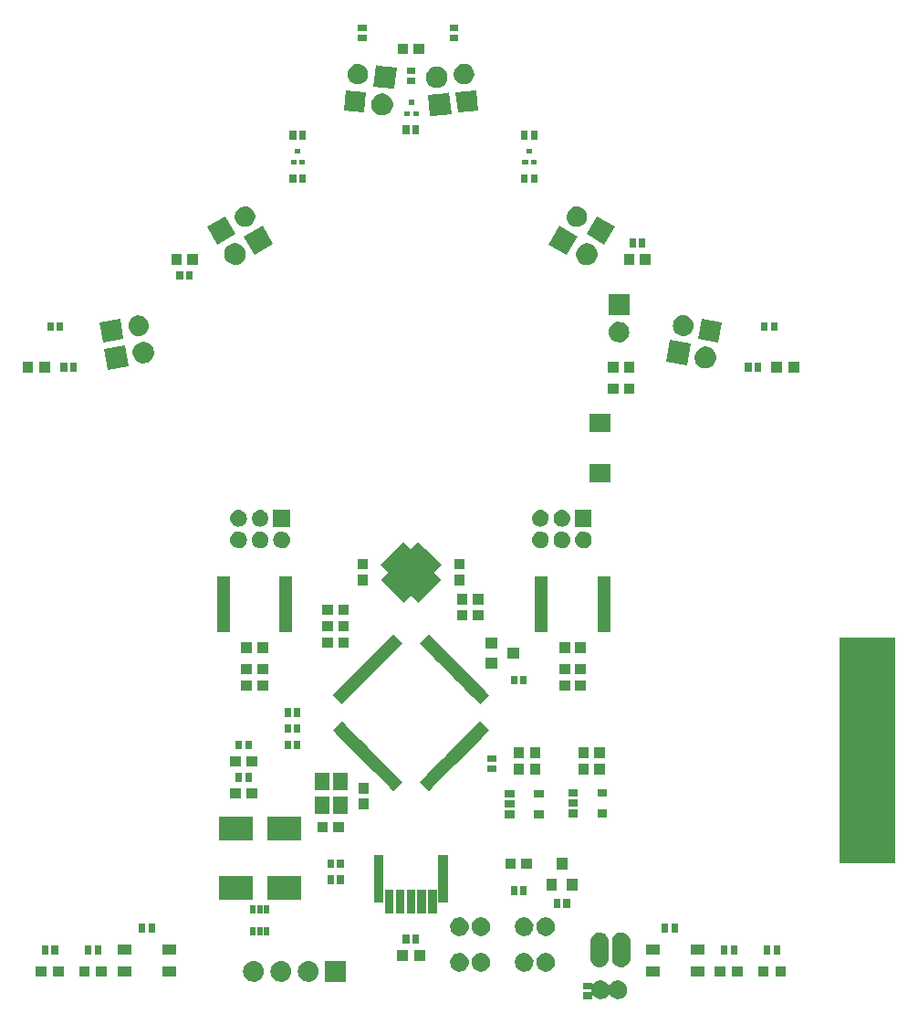
<source format=gts>
G04 #@! TF.FileFunction,Soldermask,Top*
%FSLAX46Y46*%
G04 Gerber Fmt 4.6, Leading zero omitted, Abs format (unit mm)*
G04 Created by KiCad (PCBNEW 4.0.1-stable) date 2017/06/23 15:44:35*
%MOMM*%
G01*
G04 APERTURE LIST*
%ADD10C,0.100000*%
G04 APERTURE END LIST*
D10*
G36*
X167790539Y-154838572D02*
X167956136Y-154872564D01*
X168111971Y-154938072D01*
X168252119Y-155032602D01*
X168371237Y-155152555D01*
X168464788Y-155293359D01*
X168529203Y-155449645D01*
X168561971Y-155615133D01*
X168561971Y-155615143D01*
X168562037Y-155615477D01*
X168559341Y-155808560D01*
X168559265Y-155808894D01*
X168559265Y-155808905D01*
X168521891Y-155973406D01*
X168453133Y-156127839D01*
X168355690Y-156265974D01*
X168233266Y-156382556D01*
X168090539Y-156473134D01*
X167932931Y-156534267D01*
X167766454Y-156563620D01*
X167597444Y-156560081D01*
X167432336Y-156523779D01*
X167277431Y-156456103D01*
X167138613Y-156359622D01*
X167021184Y-156238020D01*
X166942877Y-156116511D01*
X166933668Y-156105874D01*
X166921859Y-156098225D01*
X166908387Y-156094168D01*
X166894318Y-156094024D01*
X166880767Y-156097806D01*
X166868805Y-156105214D01*
X166859381Y-156115661D01*
X166855171Y-156123261D01*
X166853133Y-156127840D01*
X166755690Y-156265974D01*
X166633266Y-156382556D01*
X166490539Y-156473134D01*
X166332931Y-156534267D01*
X166166454Y-156563620D01*
X165997444Y-156560081D01*
X165832336Y-156523779D01*
X165677431Y-156456103D01*
X165538613Y-156359622D01*
X165421184Y-156238020D01*
X165392028Y-156192779D01*
X165382819Y-156182142D01*
X165371010Y-156174492D01*
X165357538Y-156170436D01*
X165343469Y-156170292D01*
X165329917Y-156174074D01*
X165317956Y-156181482D01*
X165308532Y-156191929D01*
X165302391Y-156204588D01*
X165300000Y-156219864D01*
X165300000Y-156550000D01*
X164500000Y-156550000D01*
X164500000Y-155950000D01*
X165209434Y-155950000D01*
X165223364Y-155948020D01*
X165236190Y-155942239D01*
X165246898Y-155933112D01*
X165254640Y-155921364D01*
X165258802Y-155907924D01*
X165258613Y-155890974D01*
X165236865Y-155772476D01*
X165237867Y-155700698D01*
X165236082Y-155686742D01*
X165230480Y-155673836D01*
X165221504Y-155663002D01*
X165209865Y-155655097D01*
X165196485Y-155650747D01*
X165187872Y-155650000D01*
X164500000Y-155650000D01*
X164500000Y-155050000D01*
X165300000Y-155050000D01*
X165300000Y-155181024D01*
X165301980Y-155194954D01*
X165307761Y-155207780D01*
X165316888Y-155218488D01*
X165328636Y-155226230D01*
X165342076Y-155230392D01*
X165356143Y-155230645D01*
X165369724Y-155226969D01*
X165381743Y-155219655D01*
X165391256Y-155209272D01*
X165436473Y-155143235D01*
X165557254Y-155024957D01*
X165698705Y-154932394D01*
X165855444Y-154869067D01*
X166021493Y-154837392D01*
X166190539Y-154838572D01*
X166356136Y-154872564D01*
X166511971Y-154938072D01*
X166652119Y-155032602D01*
X166771237Y-155152555D01*
X166857694Y-155282682D01*
X166867051Y-155293189D01*
X166878966Y-155300672D01*
X166892493Y-155304541D01*
X166906562Y-155304488D01*
X166920060Y-155300517D01*
X166931917Y-155292943D01*
X166940596Y-155283260D01*
X167036473Y-155143235D01*
X167157254Y-155024957D01*
X167298705Y-154932394D01*
X167455444Y-154869067D01*
X167621493Y-154837392D01*
X167790539Y-154838572D01*
X167790539Y-154838572D01*
G37*
G36*
X136610976Y-153064800D02*
X136610986Y-153064803D01*
X136611024Y-153064807D01*
X136788140Y-153119633D01*
X136951233Y-153207817D01*
X137094092Y-153326001D01*
X137211275Y-153469681D01*
X137298319Y-153633386D01*
X137351907Y-153810880D01*
X137370000Y-153995403D01*
X137370000Y-154004636D01*
X137369922Y-154015839D01*
X137369921Y-154015847D01*
X137369907Y-154017861D01*
X137349240Y-154202113D01*
X137293179Y-154378842D01*
X137203858Y-154541316D01*
X137084680Y-154683346D01*
X136940185Y-154799523D01*
X136775876Y-154885422D01*
X136598012Y-154937770D01*
X136597978Y-154937773D01*
X136597965Y-154937777D01*
X136413371Y-154954577D01*
X136229024Y-154935200D01*
X136229014Y-154935197D01*
X136228976Y-154935193D01*
X136051860Y-154880367D01*
X135888767Y-154792183D01*
X135745908Y-154673999D01*
X135628725Y-154530319D01*
X135541681Y-154366614D01*
X135488093Y-154189120D01*
X135470000Y-154004597D01*
X135470000Y-153995364D01*
X135470078Y-153984161D01*
X135470079Y-153984153D01*
X135470093Y-153982139D01*
X135490760Y-153797887D01*
X135546821Y-153621158D01*
X135636142Y-153458684D01*
X135755320Y-153316654D01*
X135899815Y-153200477D01*
X136064124Y-153114578D01*
X136241988Y-153062230D01*
X136242022Y-153062227D01*
X136242035Y-153062223D01*
X136426629Y-153045423D01*
X136610976Y-153064800D01*
X136610976Y-153064800D01*
G37*
G36*
X134070976Y-153064800D02*
X134070986Y-153064803D01*
X134071024Y-153064807D01*
X134248140Y-153119633D01*
X134411233Y-153207817D01*
X134554092Y-153326001D01*
X134671275Y-153469681D01*
X134758319Y-153633386D01*
X134811907Y-153810880D01*
X134830000Y-153995403D01*
X134830000Y-154004636D01*
X134829922Y-154015839D01*
X134829921Y-154015847D01*
X134829907Y-154017861D01*
X134809240Y-154202113D01*
X134753179Y-154378842D01*
X134663858Y-154541316D01*
X134544680Y-154683346D01*
X134400185Y-154799523D01*
X134235876Y-154885422D01*
X134058012Y-154937770D01*
X134057978Y-154937773D01*
X134057965Y-154937777D01*
X133873371Y-154954577D01*
X133689024Y-154935200D01*
X133689014Y-154935197D01*
X133688976Y-154935193D01*
X133511860Y-154880367D01*
X133348767Y-154792183D01*
X133205908Y-154673999D01*
X133088725Y-154530319D01*
X133001681Y-154366614D01*
X132948093Y-154189120D01*
X132930000Y-154004597D01*
X132930000Y-153995364D01*
X132930078Y-153984161D01*
X132930079Y-153984153D01*
X132930093Y-153982139D01*
X132950760Y-153797887D01*
X133006821Y-153621158D01*
X133096142Y-153458684D01*
X133215320Y-153316654D01*
X133359815Y-153200477D01*
X133524124Y-153114578D01*
X133701988Y-153062230D01*
X133702022Y-153062227D01*
X133702035Y-153062223D01*
X133886629Y-153045423D01*
X134070976Y-153064800D01*
X134070976Y-153064800D01*
G37*
G36*
X139150976Y-153064800D02*
X139150986Y-153064803D01*
X139151024Y-153064807D01*
X139328140Y-153119633D01*
X139491233Y-153207817D01*
X139634092Y-153326001D01*
X139751275Y-153469681D01*
X139838319Y-153633386D01*
X139891907Y-153810880D01*
X139910000Y-153995403D01*
X139910000Y-154004636D01*
X139909922Y-154015839D01*
X139909921Y-154015847D01*
X139909907Y-154017861D01*
X139889240Y-154202113D01*
X139833179Y-154378842D01*
X139743858Y-154541316D01*
X139624680Y-154683346D01*
X139480185Y-154799523D01*
X139315876Y-154885422D01*
X139138012Y-154937770D01*
X139137978Y-154937773D01*
X139137965Y-154937777D01*
X138953371Y-154954577D01*
X138769024Y-154935200D01*
X138769014Y-154935197D01*
X138768976Y-154935193D01*
X138591860Y-154880367D01*
X138428767Y-154792183D01*
X138285908Y-154673999D01*
X138168725Y-154530319D01*
X138081681Y-154366614D01*
X138028093Y-154189120D01*
X138010000Y-154004597D01*
X138010000Y-153995364D01*
X138010078Y-153984161D01*
X138010079Y-153984153D01*
X138010093Y-153982139D01*
X138030760Y-153797887D01*
X138086821Y-153621158D01*
X138176142Y-153458684D01*
X138295320Y-153316654D01*
X138439815Y-153200477D01*
X138604124Y-153114578D01*
X138781988Y-153062230D01*
X138782022Y-153062227D01*
X138782035Y-153062223D01*
X138966629Y-153045423D01*
X139150976Y-153064800D01*
X139150976Y-153064800D01*
G37*
G36*
X142450000Y-154950000D02*
X140550000Y-154950000D01*
X140550000Y-153050000D01*
X142450000Y-153050000D01*
X142450000Y-154950000D01*
X142450000Y-154950000D01*
G37*
G36*
X175700000Y-154500000D02*
X174450000Y-154500000D01*
X174450000Y-153550000D01*
X175700000Y-153550000D01*
X175700000Y-154500000D01*
X175700000Y-154500000D01*
G37*
G36*
X122550000Y-154500000D02*
X121300000Y-154500000D01*
X121300000Y-153550000D01*
X122550000Y-153550000D01*
X122550000Y-154500000D01*
X122550000Y-154500000D01*
G37*
G36*
X126700000Y-154500000D02*
X125450000Y-154500000D01*
X125450000Y-153550000D01*
X126700000Y-153550000D01*
X126700000Y-154500000D01*
X126700000Y-154500000D01*
G37*
G36*
X183300000Y-154500000D02*
X182300000Y-154500000D01*
X182300000Y-153500000D01*
X183300000Y-153500000D01*
X183300000Y-154500000D01*
X183300000Y-154500000D01*
G37*
G36*
X171550000Y-154500000D02*
X170300000Y-154500000D01*
X170300000Y-153550000D01*
X171550000Y-153550000D01*
X171550000Y-154500000D01*
X171550000Y-154500000D01*
G37*
G36*
X179300000Y-154500000D02*
X178300000Y-154500000D01*
X178300000Y-153500000D01*
X179300000Y-153500000D01*
X179300000Y-154500000D01*
X179300000Y-154500000D01*
G37*
G36*
X181700000Y-154500000D02*
X180700000Y-154500000D01*
X180700000Y-153500000D01*
X181700000Y-153500000D01*
X181700000Y-154500000D01*
X181700000Y-154500000D01*
G37*
G36*
X116300000Y-154500000D02*
X115300000Y-154500000D01*
X115300000Y-153500000D01*
X116300000Y-153500000D01*
X116300000Y-154500000D01*
X116300000Y-154500000D01*
G37*
G36*
X114700000Y-154500000D02*
X113700000Y-154500000D01*
X113700000Y-153500000D01*
X114700000Y-153500000D01*
X114700000Y-154500000D01*
X114700000Y-154500000D01*
G37*
G36*
X120300000Y-154500000D02*
X119300000Y-154500000D01*
X119300000Y-153500000D01*
X120300000Y-153500000D01*
X120300000Y-154500000D01*
X120300000Y-154500000D01*
G37*
G36*
X118700000Y-154500000D02*
X117700000Y-154500000D01*
X117700000Y-153500000D01*
X118700000Y-153500000D01*
X118700000Y-154500000D01*
X118700000Y-154500000D01*
G37*
G36*
X177700000Y-154500000D02*
X176700000Y-154500000D01*
X176700000Y-153500000D01*
X177700000Y-153500000D01*
X177700000Y-154500000D01*
X177700000Y-154500000D01*
G37*
G36*
X155090539Y-152288572D02*
X155256136Y-152322564D01*
X155411971Y-152388072D01*
X155552119Y-152482602D01*
X155671237Y-152602555D01*
X155764788Y-152743359D01*
X155829203Y-152899645D01*
X155861971Y-153065133D01*
X155861971Y-153065143D01*
X155862037Y-153065477D01*
X155859341Y-153258560D01*
X155859265Y-153258894D01*
X155859265Y-153258905D01*
X155821891Y-153423406D01*
X155753133Y-153577839D01*
X155655690Y-153715974D01*
X155533266Y-153832556D01*
X155390539Y-153923134D01*
X155232931Y-153984267D01*
X155066454Y-154013620D01*
X154897444Y-154010081D01*
X154732336Y-153973779D01*
X154577431Y-153906103D01*
X154438613Y-153809622D01*
X154321184Y-153688020D01*
X154229612Y-153545928D01*
X154167381Y-153388752D01*
X154136864Y-153222476D01*
X154139225Y-153053447D01*
X154174371Y-152888097D01*
X154240967Y-152732718D01*
X154336473Y-152593235D01*
X154457254Y-152474957D01*
X154598705Y-152382394D01*
X154755444Y-152319067D01*
X154921493Y-152287392D01*
X155090539Y-152288572D01*
X155090539Y-152288572D01*
G37*
G36*
X161090539Y-152288572D02*
X161256136Y-152322564D01*
X161411971Y-152388072D01*
X161552119Y-152482602D01*
X161671237Y-152602555D01*
X161764788Y-152743359D01*
X161829203Y-152899645D01*
X161861971Y-153065133D01*
X161861971Y-153065143D01*
X161862037Y-153065477D01*
X161859341Y-153258560D01*
X161859265Y-153258894D01*
X161859265Y-153258905D01*
X161821891Y-153423406D01*
X161753133Y-153577839D01*
X161655690Y-153715974D01*
X161533266Y-153832556D01*
X161390539Y-153923134D01*
X161232931Y-153984267D01*
X161066454Y-154013620D01*
X160897444Y-154010081D01*
X160732336Y-153973779D01*
X160577431Y-153906103D01*
X160438613Y-153809622D01*
X160321184Y-153688020D01*
X160229612Y-153545928D01*
X160167381Y-153388752D01*
X160136864Y-153222476D01*
X160139225Y-153053447D01*
X160174371Y-152888097D01*
X160240967Y-152732718D01*
X160336473Y-152593235D01*
X160457254Y-152474957D01*
X160598705Y-152382394D01*
X160755444Y-152319067D01*
X160921493Y-152287392D01*
X161090539Y-152288572D01*
X161090539Y-152288572D01*
G37*
G36*
X159090539Y-152288572D02*
X159256136Y-152322564D01*
X159411971Y-152388072D01*
X159552119Y-152482602D01*
X159671237Y-152602555D01*
X159764788Y-152743359D01*
X159829203Y-152899645D01*
X159861971Y-153065133D01*
X159861971Y-153065143D01*
X159862037Y-153065477D01*
X159859341Y-153258560D01*
X159859265Y-153258894D01*
X159859265Y-153258905D01*
X159821891Y-153423406D01*
X159753133Y-153577839D01*
X159655690Y-153715974D01*
X159533266Y-153832556D01*
X159390539Y-153923134D01*
X159232931Y-153984267D01*
X159066454Y-154013620D01*
X158897444Y-154010081D01*
X158732336Y-153973779D01*
X158577431Y-153906103D01*
X158438613Y-153809622D01*
X158321184Y-153688020D01*
X158229612Y-153545928D01*
X158167381Y-153388752D01*
X158136864Y-153222476D01*
X158139225Y-153053447D01*
X158174371Y-152888097D01*
X158240967Y-152732718D01*
X158336473Y-152593235D01*
X158457254Y-152474957D01*
X158598705Y-152382394D01*
X158755444Y-152319067D01*
X158921493Y-152287392D01*
X159090539Y-152288572D01*
X159090539Y-152288572D01*
G37*
G36*
X153090539Y-152288572D02*
X153256136Y-152322564D01*
X153411971Y-152388072D01*
X153552119Y-152482602D01*
X153671237Y-152602555D01*
X153764788Y-152743359D01*
X153829203Y-152899645D01*
X153861971Y-153065133D01*
X153861971Y-153065143D01*
X153862037Y-153065477D01*
X153859341Y-153258560D01*
X153859265Y-153258894D01*
X153859265Y-153258905D01*
X153821891Y-153423406D01*
X153753133Y-153577839D01*
X153655690Y-153715974D01*
X153533266Y-153832556D01*
X153390539Y-153923134D01*
X153232931Y-153984267D01*
X153066454Y-154013620D01*
X152897444Y-154010081D01*
X152732336Y-153973779D01*
X152577431Y-153906103D01*
X152438613Y-153809622D01*
X152321184Y-153688020D01*
X152229612Y-153545928D01*
X152167381Y-153388752D01*
X152136864Y-153222476D01*
X152139225Y-153053447D01*
X152174371Y-152888097D01*
X152240967Y-152732718D01*
X152336473Y-152593235D01*
X152457254Y-152474957D01*
X152598705Y-152382394D01*
X152755444Y-152319067D01*
X152921493Y-152287392D01*
X153090539Y-152288572D01*
X153090539Y-152288572D01*
G37*
G36*
X166171493Y-150402150D02*
X166171502Y-150402153D01*
X166171542Y-150402157D01*
X166330593Y-150451391D01*
X166477053Y-150530582D01*
X166605342Y-150636712D01*
X166710573Y-150765738D01*
X166788739Y-150912747D01*
X166836863Y-151072139D01*
X166853110Y-151237842D01*
X166853110Y-152762158D01*
X166853027Y-152774069D01*
X166834467Y-152939530D01*
X166784124Y-153098234D01*
X166703913Y-153244137D01*
X166596890Y-153371682D01*
X166467132Y-153476010D01*
X166319581Y-153553148D01*
X166159857Y-153600157D01*
X166159823Y-153600160D01*
X166159810Y-153600164D01*
X165994046Y-153615250D01*
X165828507Y-153597850D01*
X165828498Y-153597847D01*
X165828458Y-153597843D01*
X165669407Y-153548609D01*
X165522947Y-153469418D01*
X165394658Y-153363288D01*
X165289427Y-153234262D01*
X165211261Y-153087253D01*
X165163137Y-152927861D01*
X165146890Y-152762158D01*
X165146890Y-151237842D01*
X165146973Y-151225931D01*
X165165533Y-151060470D01*
X165215876Y-150901766D01*
X165296087Y-150755863D01*
X165403110Y-150628318D01*
X165532868Y-150523990D01*
X165680419Y-150446852D01*
X165840143Y-150399843D01*
X165840177Y-150399840D01*
X165840190Y-150399836D01*
X166005954Y-150384750D01*
X166171493Y-150402150D01*
X166171493Y-150402150D01*
G37*
G36*
X168171493Y-150402150D02*
X168171502Y-150402153D01*
X168171542Y-150402157D01*
X168330593Y-150451391D01*
X168477053Y-150530582D01*
X168605342Y-150636712D01*
X168710573Y-150765738D01*
X168788739Y-150912747D01*
X168836863Y-151072139D01*
X168853110Y-151237842D01*
X168853110Y-152762158D01*
X168853027Y-152774069D01*
X168834467Y-152939530D01*
X168784124Y-153098234D01*
X168703913Y-153244137D01*
X168596890Y-153371682D01*
X168467132Y-153476010D01*
X168319581Y-153553148D01*
X168159857Y-153600157D01*
X168159823Y-153600160D01*
X168159810Y-153600164D01*
X167994046Y-153615250D01*
X167828507Y-153597850D01*
X167828498Y-153597847D01*
X167828458Y-153597843D01*
X167669407Y-153548609D01*
X167522947Y-153469418D01*
X167394658Y-153363288D01*
X167289427Y-153234262D01*
X167211261Y-153087253D01*
X167163137Y-152927861D01*
X167146890Y-152762158D01*
X167146890Y-151237842D01*
X167146973Y-151225931D01*
X167165533Y-151060470D01*
X167215876Y-150901766D01*
X167296087Y-150755863D01*
X167403110Y-150628318D01*
X167532868Y-150523990D01*
X167680419Y-150446852D01*
X167840143Y-150399843D01*
X167840177Y-150399840D01*
X167840190Y-150399836D01*
X168005954Y-150384750D01*
X168171493Y-150402150D01*
X168171493Y-150402150D01*
G37*
G36*
X148200000Y-153000000D02*
X147200000Y-153000000D01*
X147200000Y-152000000D01*
X148200000Y-152000000D01*
X148200000Y-153000000D01*
X148200000Y-153000000D01*
G37*
G36*
X149800000Y-153000000D02*
X148800000Y-153000000D01*
X148800000Y-152000000D01*
X149800000Y-152000000D01*
X149800000Y-153000000D01*
X149800000Y-153000000D01*
G37*
G36*
X122550000Y-152450000D02*
X121300000Y-152450000D01*
X121300000Y-151500000D01*
X122550000Y-151500000D01*
X122550000Y-152450000D01*
X122550000Y-152450000D01*
G37*
G36*
X126700000Y-152450000D02*
X125450000Y-152450000D01*
X125450000Y-151500000D01*
X126700000Y-151500000D01*
X126700000Y-152450000D01*
X126700000Y-152450000D01*
G37*
G36*
X175700000Y-152450000D02*
X174450000Y-152450000D01*
X174450000Y-151500000D01*
X175700000Y-151500000D01*
X175700000Y-152450000D01*
X175700000Y-152450000D01*
G37*
G36*
X171550000Y-152450000D02*
X170300000Y-152450000D01*
X170300000Y-151500000D01*
X171550000Y-151500000D01*
X171550000Y-152450000D01*
X171550000Y-152450000D01*
G37*
G36*
X115750000Y-152400000D02*
X115150000Y-152400000D01*
X115150000Y-151600000D01*
X115750000Y-151600000D01*
X115750000Y-152400000D01*
X115750000Y-152400000D01*
G37*
G36*
X114850000Y-152400000D02*
X114250000Y-152400000D01*
X114250000Y-151600000D01*
X114850000Y-151600000D01*
X114850000Y-152400000D01*
X114850000Y-152400000D01*
G37*
G36*
X119750000Y-152400000D02*
X119150000Y-152400000D01*
X119150000Y-151600000D01*
X119750000Y-151600000D01*
X119750000Y-152400000D01*
X119750000Y-152400000D01*
G37*
G36*
X178750000Y-152400000D02*
X178150000Y-152400000D01*
X178150000Y-151600000D01*
X178750000Y-151600000D01*
X178750000Y-152400000D01*
X178750000Y-152400000D01*
G37*
G36*
X181850000Y-152400000D02*
X181250000Y-152400000D01*
X181250000Y-151600000D01*
X181850000Y-151600000D01*
X181850000Y-152400000D01*
X181850000Y-152400000D01*
G37*
G36*
X182750000Y-152400000D02*
X182150000Y-152400000D01*
X182150000Y-151600000D01*
X182750000Y-151600000D01*
X182750000Y-152400000D01*
X182750000Y-152400000D01*
G37*
G36*
X118850000Y-152400000D02*
X118250000Y-152400000D01*
X118250000Y-151600000D01*
X118850000Y-151600000D01*
X118850000Y-152400000D01*
X118850000Y-152400000D01*
G37*
G36*
X177850000Y-152400000D02*
X177250000Y-152400000D01*
X177250000Y-151600000D01*
X177850000Y-151600000D01*
X177850000Y-152400000D01*
X177850000Y-152400000D01*
G37*
G36*
X149250000Y-151400000D02*
X148650000Y-151400000D01*
X148650000Y-150600000D01*
X149250000Y-150600000D01*
X149250000Y-151400000D01*
X149250000Y-151400000D01*
G37*
G36*
X148350000Y-151400000D02*
X147750000Y-151400000D01*
X147750000Y-150600000D01*
X148350000Y-150600000D01*
X148350000Y-151400000D01*
X148350000Y-151400000D01*
G37*
G36*
X153090539Y-148988572D02*
X153256136Y-149022564D01*
X153411971Y-149088072D01*
X153552119Y-149182602D01*
X153671237Y-149302555D01*
X153764788Y-149443359D01*
X153829203Y-149599645D01*
X153861971Y-149765133D01*
X153861971Y-149765143D01*
X153862037Y-149765477D01*
X153859341Y-149958560D01*
X153859265Y-149958894D01*
X153859265Y-149958905D01*
X153821891Y-150123406D01*
X153753133Y-150277839D01*
X153655690Y-150415974D01*
X153533266Y-150532556D01*
X153390539Y-150623134D01*
X153232931Y-150684267D01*
X153066454Y-150713620D01*
X152897444Y-150710081D01*
X152732336Y-150673779D01*
X152577431Y-150606103D01*
X152438613Y-150509622D01*
X152321184Y-150388020D01*
X152229612Y-150245928D01*
X152167381Y-150088752D01*
X152136864Y-149922476D01*
X152139225Y-149753447D01*
X152174371Y-149588097D01*
X152240967Y-149432718D01*
X152336473Y-149293235D01*
X152457254Y-149174957D01*
X152598705Y-149082394D01*
X152755444Y-149019067D01*
X152921493Y-148987392D01*
X153090539Y-148988572D01*
X153090539Y-148988572D01*
G37*
G36*
X155090539Y-148988572D02*
X155256136Y-149022564D01*
X155411971Y-149088072D01*
X155552119Y-149182602D01*
X155671237Y-149302555D01*
X155764788Y-149443359D01*
X155829203Y-149599645D01*
X155861971Y-149765133D01*
X155861971Y-149765143D01*
X155862037Y-149765477D01*
X155859341Y-149958560D01*
X155859265Y-149958894D01*
X155859265Y-149958905D01*
X155821891Y-150123406D01*
X155753133Y-150277839D01*
X155655690Y-150415974D01*
X155533266Y-150532556D01*
X155390539Y-150623134D01*
X155232931Y-150684267D01*
X155066454Y-150713620D01*
X154897444Y-150710081D01*
X154732336Y-150673779D01*
X154577431Y-150606103D01*
X154438613Y-150509622D01*
X154321184Y-150388020D01*
X154229612Y-150245928D01*
X154167381Y-150088752D01*
X154136864Y-149922476D01*
X154139225Y-149753447D01*
X154174371Y-149588097D01*
X154240967Y-149432718D01*
X154336473Y-149293235D01*
X154457254Y-149174957D01*
X154598705Y-149082394D01*
X154755444Y-149019067D01*
X154921493Y-148987392D01*
X155090539Y-148988572D01*
X155090539Y-148988572D01*
G37*
G36*
X159090539Y-148988572D02*
X159256136Y-149022564D01*
X159411971Y-149088072D01*
X159552119Y-149182602D01*
X159671237Y-149302555D01*
X159764788Y-149443359D01*
X159829203Y-149599645D01*
X159861971Y-149765133D01*
X159861971Y-149765143D01*
X159862037Y-149765477D01*
X159859341Y-149958560D01*
X159859265Y-149958894D01*
X159859265Y-149958905D01*
X159821891Y-150123406D01*
X159753133Y-150277839D01*
X159655690Y-150415974D01*
X159533266Y-150532556D01*
X159390539Y-150623134D01*
X159232931Y-150684267D01*
X159066454Y-150713620D01*
X158897444Y-150710081D01*
X158732336Y-150673779D01*
X158577431Y-150606103D01*
X158438613Y-150509622D01*
X158321184Y-150388020D01*
X158229612Y-150245928D01*
X158167381Y-150088752D01*
X158136864Y-149922476D01*
X158139225Y-149753447D01*
X158174371Y-149588097D01*
X158240967Y-149432718D01*
X158336473Y-149293235D01*
X158457254Y-149174957D01*
X158598705Y-149082394D01*
X158755444Y-149019067D01*
X158921493Y-148987392D01*
X159090539Y-148988572D01*
X159090539Y-148988572D01*
G37*
G36*
X161090539Y-148988572D02*
X161256136Y-149022564D01*
X161411971Y-149088072D01*
X161552119Y-149182602D01*
X161671237Y-149302555D01*
X161764788Y-149443359D01*
X161829203Y-149599645D01*
X161861971Y-149765133D01*
X161861971Y-149765143D01*
X161862037Y-149765477D01*
X161859341Y-149958560D01*
X161859265Y-149958894D01*
X161859265Y-149958905D01*
X161821891Y-150123406D01*
X161753133Y-150277839D01*
X161655690Y-150415974D01*
X161533266Y-150532556D01*
X161390539Y-150623134D01*
X161232931Y-150684267D01*
X161066454Y-150713620D01*
X160897444Y-150710081D01*
X160732336Y-150673779D01*
X160577431Y-150606103D01*
X160438613Y-150509622D01*
X160321184Y-150388020D01*
X160229612Y-150245928D01*
X160167381Y-150088752D01*
X160136864Y-149922476D01*
X160139225Y-149753447D01*
X160174371Y-149588097D01*
X160240967Y-149432718D01*
X160336473Y-149293235D01*
X160457254Y-149174957D01*
X160598705Y-149082394D01*
X160755444Y-149019067D01*
X160921493Y-148987392D01*
X161090539Y-148988572D01*
X161090539Y-148988572D01*
G37*
G36*
X135387400Y-150620000D02*
X134882600Y-150620000D01*
X134882600Y-149912000D01*
X135387400Y-149912000D01*
X135387400Y-150620000D01*
X135387400Y-150620000D01*
G37*
G36*
X134117400Y-150620000D02*
X133612600Y-150620000D01*
X133612600Y-149912000D01*
X134117400Y-149912000D01*
X134117400Y-150620000D01*
X134117400Y-150620000D01*
G37*
G36*
X134752400Y-150620000D02*
X134247600Y-150620000D01*
X134247600Y-149912000D01*
X134752400Y-149912000D01*
X134752400Y-150620000D01*
X134752400Y-150620000D01*
G37*
G36*
X172350000Y-150400000D02*
X171750000Y-150400000D01*
X171750000Y-149600000D01*
X172350000Y-149600000D01*
X172350000Y-150400000D01*
X172350000Y-150400000D01*
G37*
G36*
X173250000Y-150400000D02*
X172650000Y-150400000D01*
X172650000Y-149600000D01*
X173250000Y-149600000D01*
X173250000Y-150400000D01*
X173250000Y-150400000D01*
G37*
G36*
X123850000Y-150400000D02*
X123250000Y-150400000D01*
X123250000Y-149600000D01*
X123850000Y-149600000D01*
X123850000Y-150400000D01*
X123850000Y-150400000D01*
G37*
G36*
X124750000Y-150400000D02*
X124150000Y-150400000D01*
X124150000Y-149600000D01*
X124750000Y-149600000D01*
X124750000Y-150400000D01*
X124750000Y-150400000D01*
G37*
G36*
X146900000Y-148600000D02*
X146100000Y-148600000D01*
X146100000Y-146400000D01*
X146900000Y-146400000D01*
X146900000Y-148600000D01*
X146900000Y-148600000D01*
G37*
G36*
X147900000Y-148600000D02*
X147100000Y-148600000D01*
X147100000Y-146400000D01*
X147900000Y-146400000D01*
X147900000Y-148600000D01*
X147900000Y-148600000D01*
G37*
G36*
X148900000Y-148600000D02*
X148100000Y-148600000D01*
X148100000Y-146400000D01*
X148900000Y-146400000D01*
X148900000Y-148600000D01*
X148900000Y-148600000D01*
G37*
G36*
X149900000Y-148600000D02*
X149100000Y-148600000D01*
X149100000Y-146400000D01*
X149900000Y-146400000D01*
X149900000Y-148600000D01*
X149900000Y-148600000D01*
G37*
G36*
X150900000Y-148600000D02*
X150100000Y-148600000D01*
X150100000Y-146400000D01*
X150900000Y-146400000D01*
X150900000Y-148600000D01*
X150900000Y-148600000D01*
G37*
G36*
X134117400Y-148588000D02*
X133612600Y-148588000D01*
X133612600Y-147880000D01*
X134117400Y-147880000D01*
X134117400Y-148588000D01*
X134117400Y-148588000D01*
G37*
G36*
X135387400Y-148588000D02*
X134882600Y-148588000D01*
X134882600Y-147880000D01*
X135387400Y-147880000D01*
X135387400Y-148588000D01*
X135387400Y-148588000D01*
G37*
G36*
X134752400Y-148588000D02*
X134247600Y-148588000D01*
X134247600Y-147880000D01*
X134752400Y-147880000D01*
X134752400Y-148588000D01*
X134752400Y-148588000D01*
G37*
G36*
X162350000Y-148100000D02*
X161750000Y-148100000D01*
X161750000Y-147300000D01*
X162350000Y-147300000D01*
X162350000Y-148100000D01*
X162350000Y-148100000D01*
G37*
G36*
X163250000Y-148100000D02*
X162650000Y-148100000D01*
X162650000Y-147300000D01*
X163250000Y-147300000D01*
X163250000Y-148100000D01*
X163250000Y-148100000D01*
G37*
G36*
X151950000Y-147600000D02*
X151050000Y-147600000D01*
X151050000Y-143200000D01*
X151950000Y-143200000D01*
X151950000Y-147600000D01*
X151950000Y-147600000D01*
G37*
G36*
X145950000Y-147600000D02*
X145050000Y-147600000D01*
X145050000Y-143200000D01*
X145950000Y-143200000D01*
X145950000Y-147600000D01*
X145950000Y-147600000D01*
G37*
G36*
X138350000Y-147350000D02*
X135150000Y-147350000D01*
X135150000Y-145150000D01*
X138350000Y-145150000D01*
X138350000Y-147350000D01*
X138350000Y-147350000D01*
G37*
G36*
X133850000Y-147350000D02*
X130650000Y-147350000D01*
X130650000Y-145150000D01*
X133850000Y-145150000D01*
X133850000Y-147350000D01*
X133850000Y-147350000D01*
G37*
G36*
X159250000Y-146900000D02*
X158650000Y-146900000D01*
X158650000Y-146100000D01*
X159250000Y-146100000D01*
X159250000Y-146900000D01*
X159250000Y-146900000D01*
G37*
G36*
X158350000Y-146900000D02*
X157750000Y-146900000D01*
X157750000Y-146100000D01*
X158350000Y-146100000D01*
X158350000Y-146900000D01*
X158350000Y-146900000D01*
G37*
G36*
X162050000Y-146550000D02*
X161050000Y-146550000D01*
X161050000Y-145450000D01*
X162050000Y-145450000D01*
X162050000Y-146550000D01*
X162050000Y-146550000D01*
G37*
G36*
X163950000Y-146550000D02*
X162950000Y-146550000D01*
X162950000Y-145450000D01*
X163950000Y-145450000D01*
X163950000Y-146550000D01*
X163950000Y-146550000D01*
G37*
G36*
X141350000Y-145900000D02*
X140750000Y-145900000D01*
X140750000Y-145100000D01*
X141350000Y-145100000D01*
X141350000Y-145900000D01*
X141350000Y-145900000D01*
G37*
G36*
X142250000Y-145900000D02*
X141650000Y-145900000D01*
X141650000Y-145100000D01*
X142250000Y-145100000D01*
X142250000Y-145900000D01*
X142250000Y-145900000D01*
G37*
G36*
X163000000Y-144550000D02*
X162000000Y-144550000D01*
X162000000Y-143450000D01*
X163000000Y-143450000D01*
X163000000Y-144550000D01*
X163000000Y-144550000D01*
G37*
G36*
X158250000Y-144475000D02*
X157250000Y-144475000D01*
X157250000Y-143525000D01*
X158250000Y-143525000D01*
X158250000Y-144475000D01*
X158250000Y-144475000D01*
G37*
G36*
X159750000Y-144475000D02*
X158750000Y-144475000D01*
X158750000Y-143525000D01*
X159750000Y-143525000D01*
X159750000Y-144475000D01*
X159750000Y-144475000D01*
G37*
G36*
X142250000Y-144400000D02*
X141650000Y-144400000D01*
X141650000Y-143600000D01*
X142250000Y-143600000D01*
X142250000Y-144400000D01*
X142250000Y-144400000D01*
G37*
G36*
X141350000Y-144400000D02*
X140750000Y-144400000D01*
X140750000Y-143600000D01*
X141350000Y-143600000D01*
X141350000Y-144400000D01*
X141350000Y-144400000D01*
G37*
G36*
X193450000Y-143950000D02*
X188250000Y-143950000D01*
X188250000Y-123050000D01*
X193450000Y-123050000D01*
X193450000Y-143950000D01*
X193450000Y-143950000D01*
G37*
G36*
X138350000Y-141850000D02*
X135150000Y-141850000D01*
X135150000Y-139650000D01*
X138350000Y-139650000D01*
X138350000Y-141850000D01*
X138350000Y-141850000D01*
G37*
G36*
X133850000Y-141850000D02*
X130650000Y-141850000D01*
X130650000Y-139650000D01*
X133850000Y-139650000D01*
X133850000Y-141850000D01*
X133850000Y-141850000D01*
G37*
G36*
X142300000Y-141075000D02*
X141300000Y-141075000D01*
X141300000Y-140125000D01*
X142300000Y-140125000D01*
X142300000Y-141075000D01*
X142300000Y-141075000D01*
G37*
G36*
X140800000Y-141075000D02*
X139800000Y-141075000D01*
X139800000Y-140125000D01*
X140800000Y-140125000D01*
X140800000Y-141075000D01*
X140800000Y-141075000D01*
G37*
G36*
X158100000Y-139800000D02*
X157200000Y-139800000D01*
X157200000Y-139100000D01*
X158100000Y-139100000D01*
X158100000Y-139800000D01*
X158100000Y-139800000D01*
G37*
G36*
X160800000Y-139800000D02*
X159900000Y-139800000D01*
X159900000Y-139100000D01*
X160800000Y-139100000D01*
X160800000Y-139800000D01*
X160800000Y-139800000D01*
G37*
G36*
X164000000Y-139700000D02*
X163100000Y-139700000D01*
X163100000Y-139000000D01*
X164000000Y-139000000D01*
X164000000Y-139700000D01*
X164000000Y-139700000D01*
G37*
G36*
X166700000Y-139700000D02*
X165800000Y-139700000D01*
X165800000Y-139000000D01*
X166700000Y-139000000D01*
X166700000Y-139700000D01*
X166700000Y-139700000D01*
G37*
G36*
X140950000Y-139400000D02*
X139550000Y-139400000D01*
X139550000Y-137800000D01*
X140950000Y-137800000D01*
X140950000Y-139400000D01*
X140950000Y-139400000D01*
G37*
G36*
X142650000Y-139400000D02*
X141250000Y-139400000D01*
X141250000Y-137800000D01*
X142650000Y-137800000D01*
X142650000Y-139400000D01*
X142650000Y-139400000D01*
G37*
G36*
X144575000Y-139000000D02*
X143625000Y-139000000D01*
X143625000Y-138000000D01*
X144575000Y-138000000D01*
X144575000Y-139000000D01*
X144575000Y-139000000D01*
G37*
G36*
X158100000Y-138850000D02*
X157200000Y-138850000D01*
X157200000Y-138150000D01*
X158100000Y-138150000D01*
X158100000Y-138850000D01*
X158100000Y-138850000D01*
G37*
G36*
X164000000Y-138750000D02*
X163100000Y-138750000D01*
X163100000Y-138050000D01*
X164000000Y-138050000D01*
X164000000Y-138750000D01*
X164000000Y-138750000D01*
G37*
G36*
X134250000Y-137975000D02*
X133250000Y-137975000D01*
X133250000Y-137025000D01*
X134250000Y-137025000D01*
X134250000Y-137975000D01*
X134250000Y-137975000D01*
G37*
G36*
X132750000Y-137975000D02*
X131750000Y-137975000D01*
X131750000Y-137025000D01*
X132750000Y-137025000D01*
X132750000Y-137975000D01*
X132750000Y-137975000D01*
G37*
G36*
X160800000Y-137900000D02*
X159900000Y-137900000D01*
X159900000Y-137200000D01*
X160800000Y-137200000D01*
X160800000Y-137900000D01*
X160800000Y-137900000D01*
G37*
G36*
X158100000Y-137900000D02*
X157200000Y-137900000D01*
X157200000Y-137200000D01*
X158100000Y-137200000D01*
X158100000Y-137900000D01*
X158100000Y-137900000D01*
G37*
G36*
X166700000Y-137800000D02*
X165800000Y-137800000D01*
X165800000Y-137100000D01*
X166700000Y-137100000D01*
X166700000Y-137800000D01*
X166700000Y-137800000D01*
G37*
G36*
X164000000Y-137800000D02*
X163100000Y-137800000D01*
X163100000Y-137100000D01*
X164000000Y-137100000D01*
X164000000Y-137800000D01*
X164000000Y-137800000D01*
G37*
G36*
X144575000Y-137500000D02*
X143625000Y-137500000D01*
X143625000Y-136500000D01*
X144575000Y-136500000D01*
X144575000Y-137500000D01*
X144575000Y-137500000D01*
G37*
G36*
X155765523Y-131644023D02*
X155447325Y-131962222D01*
X155058416Y-132351131D01*
X154704862Y-132704684D01*
X154386665Y-133022882D01*
X153290649Y-134118898D01*
X152937095Y-134472451D01*
X152618898Y-134790649D01*
X151522882Y-135886665D01*
X151169328Y-136240218D01*
X150851131Y-136558416D01*
X150462222Y-136947325D01*
X150144023Y-137265523D01*
X149295494Y-136416994D01*
X149649035Y-136063453D01*
X149649049Y-136063441D01*
X149967247Y-135745243D01*
X149967253Y-135745235D01*
X150709695Y-135002793D01*
X150709709Y-135002781D01*
X151027907Y-134684583D01*
X151027913Y-134684575D01*
X151416802Y-134295686D01*
X151416816Y-134295674D01*
X151735014Y-133977476D01*
X151735020Y-133977468D01*
X152477462Y-133235026D01*
X152477476Y-133235014D01*
X152795674Y-132916816D01*
X152795680Y-132916808D01*
X153184569Y-132527919D01*
X153184583Y-132527907D01*
X153502781Y-132209709D01*
X153502787Y-132209701D01*
X154245229Y-131467259D01*
X154245243Y-131467247D01*
X154563441Y-131149049D01*
X154563447Y-131149041D01*
X154916994Y-130795494D01*
X155765523Y-131644023D01*
X155765523Y-131644023D01*
G37*
G36*
X142436556Y-131149044D02*
X142436560Y-131149049D01*
X142754758Y-131467247D01*
X142754762Y-131467250D01*
X143497216Y-132209704D01*
X143497220Y-132209709D01*
X143815418Y-132527907D01*
X143815422Y-132527910D01*
X144204323Y-132916811D01*
X144204327Y-132916816D01*
X144522525Y-133235014D01*
X144522529Y-133235017D01*
X145264983Y-133977471D01*
X145264987Y-133977476D01*
X145583185Y-134295674D01*
X145583189Y-134295677D01*
X145972090Y-134684578D01*
X145972094Y-134684583D01*
X146290292Y-135002781D01*
X146290296Y-135002784D01*
X147032750Y-135745238D01*
X147032754Y-135745243D01*
X147350952Y-136063441D01*
X147350956Y-136063444D01*
X147704506Y-136416994D01*
X146855977Y-137265523D01*
X146537779Y-136947325D01*
X146537775Y-136947322D01*
X146148872Y-136558419D01*
X146148870Y-136558416D01*
X145477119Y-135886665D01*
X145477115Y-135886662D01*
X145088212Y-135497759D01*
X145088210Y-135497756D01*
X144770012Y-135179558D01*
X144770008Y-135179555D01*
X144381105Y-134790652D01*
X144381103Y-134790649D01*
X143709352Y-134118898D01*
X143709348Y-134118895D01*
X143320445Y-133729992D01*
X143320443Y-133729989D01*
X143002245Y-133411791D01*
X143002241Y-133411788D01*
X142613338Y-133022885D01*
X142613336Y-133022882D01*
X141941585Y-132351131D01*
X141941581Y-132351128D01*
X141552678Y-131962225D01*
X141552676Y-131962222D01*
X141234477Y-131644023D01*
X142083006Y-130795494D01*
X142436556Y-131149044D01*
X142436556Y-131149044D01*
G37*
G36*
X140950000Y-137200000D02*
X139550000Y-137200000D01*
X139550000Y-135600000D01*
X140950000Y-135600000D01*
X140950000Y-137200000D01*
X140950000Y-137200000D01*
G37*
G36*
X142650000Y-137200000D02*
X141250000Y-137200000D01*
X141250000Y-135600000D01*
X142650000Y-135600000D01*
X142650000Y-137200000D01*
X142650000Y-137200000D01*
G37*
G36*
X133750000Y-136400000D02*
X133150000Y-136400000D01*
X133150000Y-135600000D01*
X133750000Y-135600000D01*
X133750000Y-136400000D01*
X133750000Y-136400000D01*
G37*
G36*
X132850000Y-136400000D02*
X132250000Y-136400000D01*
X132250000Y-135600000D01*
X132850000Y-135600000D01*
X132850000Y-136400000D01*
X132850000Y-136400000D01*
G37*
G36*
X166475000Y-135750000D02*
X165525000Y-135750000D01*
X165525000Y-134750000D01*
X166475000Y-134750000D01*
X166475000Y-135750000D01*
X166475000Y-135750000D01*
G37*
G36*
X158975000Y-135750000D02*
X158025000Y-135750000D01*
X158025000Y-134750000D01*
X158975000Y-134750000D01*
X158975000Y-135750000D01*
X158975000Y-135750000D01*
G37*
G36*
X164975000Y-135750000D02*
X164025000Y-135750000D01*
X164025000Y-134750000D01*
X164975000Y-134750000D01*
X164975000Y-135750000D01*
X164975000Y-135750000D01*
G37*
G36*
X160475000Y-135750000D02*
X159525000Y-135750000D01*
X159525000Y-134750000D01*
X160475000Y-134750000D01*
X160475000Y-135750000D01*
X160475000Y-135750000D01*
G37*
G36*
X156400000Y-135500000D02*
X155600000Y-135500000D01*
X155600000Y-134900000D01*
X156400000Y-134900000D01*
X156400000Y-135500000D01*
X156400000Y-135500000D01*
G37*
G36*
X134250000Y-134975000D02*
X133250000Y-134975000D01*
X133250000Y-134025000D01*
X134250000Y-134025000D01*
X134250000Y-134975000D01*
X134250000Y-134975000D01*
G37*
G36*
X132750000Y-134975000D02*
X131750000Y-134975000D01*
X131750000Y-134025000D01*
X132750000Y-134025000D01*
X132750000Y-134975000D01*
X132750000Y-134975000D01*
G37*
G36*
X156400000Y-134600000D02*
X155600000Y-134600000D01*
X155600000Y-134000000D01*
X156400000Y-134000000D01*
X156400000Y-134600000D01*
X156400000Y-134600000D01*
G37*
G36*
X164975000Y-134250000D02*
X164025000Y-134250000D01*
X164025000Y-133250000D01*
X164975000Y-133250000D01*
X164975000Y-134250000D01*
X164975000Y-134250000D01*
G37*
G36*
X158975000Y-134250000D02*
X158025000Y-134250000D01*
X158025000Y-133250000D01*
X158975000Y-133250000D01*
X158975000Y-134250000D01*
X158975000Y-134250000D01*
G37*
G36*
X160475000Y-134250000D02*
X159525000Y-134250000D01*
X159525000Y-133250000D01*
X160475000Y-133250000D01*
X160475000Y-134250000D01*
X160475000Y-134250000D01*
G37*
G36*
X166475000Y-134250000D02*
X165525000Y-134250000D01*
X165525000Y-133250000D01*
X166475000Y-133250000D01*
X166475000Y-134250000D01*
X166475000Y-134250000D01*
G37*
G36*
X132850000Y-133400000D02*
X132250000Y-133400000D01*
X132250000Y-132600000D01*
X132850000Y-132600000D01*
X132850000Y-133400000D01*
X132850000Y-133400000D01*
G37*
G36*
X133750000Y-133400000D02*
X133150000Y-133400000D01*
X133150000Y-132600000D01*
X133750000Y-132600000D01*
X133750000Y-133400000D01*
X133750000Y-133400000D01*
G37*
G36*
X138250000Y-133400000D02*
X137650000Y-133400000D01*
X137650000Y-132600000D01*
X138250000Y-132600000D01*
X138250000Y-133400000D01*
X138250000Y-133400000D01*
G37*
G36*
X137350000Y-133400000D02*
X136750000Y-133400000D01*
X136750000Y-132600000D01*
X137350000Y-132600000D01*
X137350000Y-133400000D01*
X137350000Y-133400000D01*
G37*
G36*
X138250000Y-131900000D02*
X137650000Y-131900000D01*
X137650000Y-131100000D01*
X138250000Y-131100000D01*
X138250000Y-131900000D01*
X138250000Y-131900000D01*
G37*
G36*
X137350000Y-131900000D02*
X136750000Y-131900000D01*
X136750000Y-131100000D01*
X137350000Y-131100000D01*
X137350000Y-131900000D01*
X137350000Y-131900000D01*
G37*
G36*
X138250000Y-130400000D02*
X137650000Y-130400000D01*
X137650000Y-129600000D01*
X138250000Y-129600000D01*
X138250000Y-130400000D01*
X138250000Y-130400000D01*
G37*
G36*
X137350000Y-130400000D02*
X136750000Y-130400000D01*
X136750000Y-129600000D01*
X137350000Y-129600000D01*
X137350000Y-130400000D01*
X137350000Y-130400000D01*
G37*
G36*
X150462222Y-123052676D02*
X150462226Y-123052679D01*
X150851127Y-123441580D01*
X150851131Y-123441585D01*
X151522882Y-124113336D01*
X151522886Y-124113339D01*
X151911787Y-124502240D01*
X151911791Y-124502245D01*
X152229989Y-124820443D01*
X152229993Y-124820446D01*
X152618894Y-125209347D01*
X152618898Y-125209352D01*
X153290649Y-125881103D01*
X153290653Y-125881106D01*
X153679554Y-126270007D01*
X153679558Y-126270012D01*
X153997756Y-126588210D01*
X153997760Y-126588213D01*
X154386661Y-126977114D01*
X154386665Y-126977119D01*
X155058416Y-127648870D01*
X155058420Y-127648873D01*
X155447321Y-128037774D01*
X155447325Y-128037779D01*
X155765523Y-128355977D01*
X154916994Y-129204506D01*
X154563443Y-128850955D01*
X154563441Y-128850952D01*
X154245243Y-128532754D01*
X154245239Y-128532751D01*
X153502783Y-127790295D01*
X153502781Y-127790292D01*
X153184583Y-127472094D01*
X153184579Y-127472091D01*
X152795676Y-127083188D01*
X152795674Y-127083185D01*
X152477476Y-126764987D01*
X152477472Y-126764984D01*
X151735016Y-126022528D01*
X151735014Y-126022525D01*
X151416816Y-125704327D01*
X151416812Y-125704324D01*
X151027909Y-125315421D01*
X151027907Y-125315418D01*
X150709709Y-124997220D01*
X150709705Y-124997217D01*
X149967249Y-124254761D01*
X149967247Y-124254758D01*
X149649049Y-123936560D01*
X149649045Y-123936557D01*
X149295494Y-123583006D01*
X150144023Y-122734477D01*
X150462222Y-123052676D01*
X150462222Y-123052676D01*
G37*
G36*
X147704506Y-123583006D02*
X142083006Y-129204506D01*
X141234477Y-128355977D01*
X141552676Y-128037779D01*
X141552682Y-128037771D01*
X141941571Y-127648882D01*
X141941585Y-127648870D01*
X142295138Y-127295316D01*
X142613336Y-126977119D01*
X142613342Y-126977111D01*
X143002231Y-126588222D01*
X143002245Y-126588210D01*
X143320443Y-126270012D01*
X143320449Y-126270004D01*
X143709338Y-125881115D01*
X143709352Y-125881103D01*
X144062905Y-125527549D01*
X144381103Y-125209352D01*
X144381109Y-125209344D01*
X144769998Y-124820455D01*
X144770012Y-124820443D01*
X145088210Y-124502245D01*
X145088216Y-124502237D01*
X145477105Y-124113348D01*
X145477119Y-124113336D01*
X145830672Y-123759782D01*
X146148870Y-123441585D01*
X146148876Y-123441577D01*
X146537765Y-123052688D01*
X146537779Y-123052676D01*
X146855977Y-122734477D01*
X147704506Y-123583006D01*
X147704506Y-123583006D01*
G37*
G36*
X133750000Y-127975000D02*
X132750000Y-127975000D01*
X132750000Y-127025000D01*
X133750000Y-127025000D01*
X133750000Y-127975000D01*
X133750000Y-127975000D01*
G37*
G36*
X135250000Y-127975000D02*
X134250000Y-127975000D01*
X134250000Y-127025000D01*
X135250000Y-127025000D01*
X135250000Y-127975000D01*
X135250000Y-127975000D01*
G37*
G36*
X164750000Y-127975000D02*
X163750000Y-127975000D01*
X163750000Y-127025000D01*
X164750000Y-127025000D01*
X164750000Y-127975000D01*
X164750000Y-127975000D01*
G37*
G36*
X163250000Y-127975000D02*
X162250000Y-127975000D01*
X162250000Y-127025000D01*
X163250000Y-127025000D01*
X163250000Y-127975000D01*
X163250000Y-127975000D01*
G37*
G36*
X159250000Y-127400000D02*
X158650000Y-127400000D01*
X158650000Y-126600000D01*
X159250000Y-126600000D01*
X159250000Y-127400000D01*
X159250000Y-127400000D01*
G37*
G36*
X158350000Y-127400000D02*
X157750000Y-127400000D01*
X157750000Y-126600000D01*
X158350000Y-126600000D01*
X158350000Y-127400000D01*
X158350000Y-127400000D01*
G37*
G36*
X163250000Y-126475000D02*
X162250000Y-126475000D01*
X162250000Y-125525000D01*
X163250000Y-125525000D01*
X163250000Y-126475000D01*
X163250000Y-126475000D01*
G37*
G36*
X135250000Y-126475000D02*
X134250000Y-126475000D01*
X134250000Y-125525000D01*
X135250000Y-125525000D01*
X135250000Y-126475000D01*
X135250000Y-126475000D01*
G37*
G36*
X133750000Y-126475000D02*
X132750000Y-126475000D01*
X132750000Y-125525000D01*
X133750000Y-125525000D01*
X133750000Y-126475000D01*
X133750000Y-126475000D01*
G37*
G36*
X164750000Y-126475000D02*
X163750000Y-126475000D01*
X163750000Y-125525000D01*
X164750000Y-125525000D01*
X164750000Y-126475000D01*
X164750000Y-126475000D01*
G37*
G36*
X156550000Y-125950000D02*
X155450000Y-125950000D01*
X155450000Y-124950000D01*
X156550000Y-124950000D01*
X156550000Y-125950000D01*
X156550000Y-125950000D01*
G37*
G36*
X158550000Y-125000000D02*
X157450000Y-125000000D01*
X157450000Y-124000000D01*
X158550000Y-124000000D01*
X158550000Y-125000000D01*
X158550000Y-125000000D01*
G37*
G36*
X164750000Y-124475000D02*
X163750000Y-124475000D01*
X163750000Y-123525000D01*
X164750000Y-123525000D01*
X164750000Y-124475000D01*
X164750000Y-124475000D01*
G37*
G36*
X163250000Y-124475000D02*
X162250000Y-124475000D01*
X162250000Y-123525000D01*
X163250000Y-123525000D01*
X163250000Y-124475000D01*
X163250000Y-124475000D01*
G37*
G36*
X135250000Y-124475000D02*
X134250000Y-124475000D01*
X134250000Y-123525000D01*
X135250000Y-123525000D01*
X135250000Y-124475000D01*
X135250000Y-124475000D01*
G37*
G36*
X133750000Y-124475000D02*
X132750000Y-124475000D01*
X132750000Y-123525000D01*
X133750000Y-123525000D01*
X133750000Y-124475000D01*
X133750000Y-124475000D01*
G37*
G36*
X156550000Y-124050000D02*
X155450000Y-124050000D01*
X155450000Y-123050000D01*
X156550000Y-123050000D01*
X156550000Y-124050000D01*
X156550000Y-124050000D01*
G37*
G36*
X142750000Y-123975000D02*
X141750000Y-123975000D01*
X141750000Y-123025000D01*
X142750000Y-123025000D01*
X142750000Y-123975000D01*
X142750000Y-123975000D01*
G37*
G36*
X141250000Y-123975000D02*
X140250000Y-123975000D01*
X140250000Y-123025000D01*
X141250000Y-123025000D01*
X141250000Y-123975000D01*
X141250000Y-123975000D01*
G37*
G36*
X131700000Y-122575000D02*
X130500000Y-122575000D01*
X130500000Y-117425000D01*
X131700000Y-117425000D01*
X131700000Y-122575000D01*
X131700000Y-122575000D01*
G37*
G36*
X167000000Y-122575000D02*
X165800000Y-122575000D01*
X165800000Y-117425000D01*
X167000000Y-117425000D01*
X167000000Y-122575000D01*
X167000000Y-122575000D01*
G37*
G36*
X137500000Y-122575000D02*
X136300000Y-122575000D01*
X136300000Y-117425000D01*
X137500000Y-117425000D01*
X137500000Y-122575000D01*
X137500000Y-122575000D01*
G37*
G36*
X161200000Y-122575000D02*
X160000000Y-122575000D01*
X160000000Y-117425000D01*
X161200000Y-117425000D01*
X161200000Y-122575000D01*
X161200000Y-122575000D01*
G37*
G36*
X142750000Y-122475000D02*
X141750000Y-122475000D01*
X141750000Y-121525000D01*
X142750000Y-121525000D01*
X142750000Y-122475000D01*
X142750000Y-122475000D01*
G37*
G36*
X141250000Y-122475000D02*
X140250000Y-122475000D01*
X140250000Y-121525000D01*
X141250000Y-121525000D01*
X141250000Y-122475000D01*
X141250000Y-122475000D01*
G37*
G36*
X153750000Y-121475000D02*
X152750000Y-121475000D01*
X152750000Y-120525000D01*
X153750000Y-120525000D01*
X153750000Y-121475000D01*
X153750000Y-121475000D01*
G37*
G36*
X155250000Y-121475000D02*
X154250000Y-121475000D01*
X154250000Y-120525000D01*
X155250000Y-120525000D01*
X155250000Y-121475000D01*
X155250000Y-121475000D01*
G37*
G36*
X142750000Y-120975000D02*
X141750000Y-120975000D01*
X141750000Y-120025000D01*
X142750000Y-120025000D01*
X142750000Y-120975000D01*
X142750000Y-120975000D01*
G37*
G36*
X141250000Y-120975000D02*
X140250000Y-120975000D01*
X140250000Y-120025000D01*
X141250000Y-120025000D01*
X141250000Y-120975000D01*
X141250000Y-120975000D01*
G37*
G36*
X155250000Y-119975000D02*
X154250000Y-119975000D01*
X154250000Y-119025000D01*
X155250000Y-119025000D01*
X155250000Y-119975000D01*
X155250000Y-119975000D01*
G37*
G36*
X153750000Y-119975000D02*
X152750000Y-119975000D01*
X152750000Y-119025000D01*
X153750000Y-119025000D01*
X153750000Y-119975000D01*
X153750000Y-119975000D01*
G37*
G36*
X149578334Y-114578155D02*
X149578338Y-114578160D01*
X149861181Y-114861003D01*
X149861185Y-114861006D01*
X150638994Y-115638815D01*
X150638998Y-115638820D01*
X150921841Y-115921663D01*
X150921845Y-115921666D01*
X151310750Y-116310571D01*
X150656676Y-116964645D01*
X150648226Y-116975894D01*
X150643244Y-116989052D01*
X150642126Y-117003078D01*
X150644959Y-117016859D01*
X150651519Y-117029305D01*
X150656676Y-117035355D01*
X151310750Y-117689429D01*
X149189429Y-119810750D01*
X148535355Y-119156676D01*
X148524106Y-119148226D01*
X148510948Y-119143244D01*
X148496922Y-119142126D01*
X148483141Y-119144959D01*
X148470695Y-119151519D01*
X148464645Y-119156676D01*
X147810571Y-119810750D01*
X147421665Y-119421844D01*
X147421663Y-119421841D01*
X147138820Y-119138998D01*
X147138816Y-119138995D01*
X146361005Y-118361184D01*
X146361003Y-118361181D01*
X146078160Y-118078338D01*
X146078156Y-118078335D01*
X145689250Y-117689429D01*
X146343324Y-117035355D01*
X146351774Y-117024106D01*
X146356756Y-117010948D01*
X146357874Y-116996922D01*
X146355041Y-116983141D01*
X146348481Y-116970695D01*
X146343324Y-116964645D01*
X145689250Y-116310571D01*
X146078146Y-115921675D01*
X146078153Y-115921669D01*
X146361007Y-115638815D01*
X146361009Y-115638812D01*
X147138806Y-114861015D01*
X147138813Y-114861009D01*
X147421667Y-114578155D01*
X147421669Y-114578152D01*
X147810571Y-114189250D01*
X148464645Y-114843324D01*
X148475894Y-114851774D01*
X148489052Y-114856756D01*
X148503078Y-114857874D01*
X148516859Y-114855041D01*
X148529305Y-114848481D01*
X148535355Y-114843324D01*
X149189429Y-114189250D01*
X149578334Y-114578155D01*
X149578334Y-114578155D01*
G37*
G36*
X144475000Y-118250000D02*
X143525000Y-118250000D01*
X143525000Y-117250000D01*
X144475000Y-117250000D01*
X144475000Y-118250000D01*
X144475000Y-118250000D01*
G37*
G36*
X153475000Y-118250000D02*
X152525000Y-118250000D01*
X152525000Y-117250000D01*
X153475000Y-117250000D01*
X153475000Y-118250000D01*
X153475000Y-118250000D01*
G37*
G36*
X144475000Y-116750000D02*
X143525000Y-116750000D01*
X143525000Y-115750000D01*
X144475000Y-115750000D01*
X144475000Y-116750000D01*
X144475000Y-116750000D01*
G37*
G36*
X153475000Y-116750000D02*
X152525000Y-116750000D01*
X152525000Y-115750000D01*
X153475000Y-115750000D01*
X153475000Y-116750000D01*
X153475000Y-116750000D01*
G37*
G36*
X132655785Y-113237071D02*
X132655798Y-113237075D01*
X132655835Y-113237079D01*
X132800325Y-113281806D01*
X132933375Y-113353746D01*
X133049917Y-113450158D01*
X133145514Y-113567372D01*
X133216523Y-113700920D01*
X133260240Y-113845718D01*
X133275000Y-113996250D01*
X133275000Y-114003789D01*
X133274939Y-114012548D01*
X133274938Y-114012556D01*
X133274924Y-114014571D01*
X133258064Y-114164882D01*
X133212330Y-114309055D01*
X133139463Y-114441599D01*
X133042239Y-114557466D01*
X132924361Y-114652242D01*
X132790320Y-114722317D01*
X132645221Y-114765023D01*
X132645187Y-114765026D01*
X132645174Y-114765030D01*
X132494591Y-114778734D01*
X132344215Y-114762929D01*
X132344202Y-114762925D01*
X132344165Y-114762921D01*
X132199675Y-114718194D01*
X132066625Y-114646254D01*
X131950083Y-114549842D01*
X131854486Y-114432628D01*
X131783477Y-114299080D01*
X131739760Y-114154282D01*
X131725000Y-114003750D01*
X131725000Y-113996211D01*
X131725061Y-113987452D01*
X131725062Y-113987444D01*
X131725076Y-113985429D01*
X131741936Y-113835118D01*
X131787670Y-113690945D01*
X131860537Y-113558401D01*
X131957761Y-113442534D01*
X132075639Y-113347758D01*
X132209680Y-113277683D01*
X132354779Y-113234977D01*
X132354813Y-113234974D01*
X132354826Y-113234970D01*
X132505409Y-113221266D01*
X132655785Y-113237071D01*
X132655785Y-113237071D01*
G37*
G36*
X164655785Y-113237071D02*
X164655798Y-113237075D01*
X164655835Y-113237079D01*
X164800325Y-113281806D01*
X164933375Y-113353746D01*
X165049917Y-113450158D01*
X165145514Y-113567372D01*
X165216523Y-113700920D01*
X165260240Y-113845718D01*
X165275000Y-113996250D01*
X165275000Y-114003789D01*
X165274939Y-114012548D01*
X165274938Y-114012556D01*
X165274924Y-114014571D01*
X165258064Y-114164882D01*
X165212330Y-114309055D01*
X165139463Y-114441599D01*
X165042239Y-114557466D01*
X164924361Y-114652242D01*
X164790320Y-114722317D01*
X164645221Y-114765023D01*
X164645187Y-114765026D01*
X164645174Y-114765030D01*
X164494591Y-114778734D01*
X164344215Y-114762929D01*
X164344202Y-114762925D01*
X164344165Y-114762921D01*
X164199675Y-114718194D01*
X164066625Y-114646254D01*
X163950083Y-114549842D01*
X163854486Y-114432628D01*
X163783477Y-114299080D01*
X163739760Y-114154282D01*
X163725000Y-114003750D01*
X163725000Y-113996211D01*
X163725061Y-113987452D01*
X163725062Y-113987444D01*
X163725076Y-113985429D01*
X163741936Y-113835118D01*
X163787670Y-113690945D01*
X163860537Y-113558401D01*
X163957761Y-113442534D01*
X164075639Y-113347758D01*
X164209680Y-113277683D01*
X164354779Y-113234977D01*
X164354813Y-113234974D01*
X164354826Y-113234970D01*
X164505409Y-113221266D01*
X164655785Y-113237071D01*
X164655785Y-113237071D01*
G37*
G36*
X162655785Y-113237071D02*
X162655798Y-113237075D01*
X162655835Y-113237079D01*
X162800325Y-113281806D01*
X162933375Y-113353746D01*
X163049917Y-113450158D01*
X163145514Y-113567372D01*
X163216523Y-113700920D01*
X163260240Y-113845718D01*
X163275000Y-113996250D01*
X163275000Y-114003789D01*
X163274939Y-114012548D01*
X163274938Y-114012556D01*
X163274924Y-114014571D01*
X163258064Y-114164882D01*
X163212330Y-114309055D01*
X163139463Y-114441599D01*
X163042239Y-114557466D01*
X162924361Y-114652242D01*
X162790320Y-114722317D01*
X162645221Y-114765023D01*
X162645187Y-114765026D01*
X162645174Y-114765030D01*
X162494591Y-114778734D01*
X162344215Y-114762929D01*
X162344202Y-114762925D01*
X162344165Y-114762921D01*
X162199675Y-114718194D01*
X162066625Y-114646254D01*
X161950083Y-114549842D01*
X161854486Y-114432628D01*
X161783477Y-114299080D01*
X161739760Y-114154282D01*
X161725000Y-114003750D01*
X161725000Y-113996211D01*
X161725061Y-113987452D01*
X161725062Y-113987444D01*
X161725076Y-113985429D01*
X161741936Y-113835118D01*
X161787670Y-113690945D01*
X161860537Y-113558401D01*
X161957761Y-113442534D01*
X162075639Y-113347758D01*
X162209680Y-113277683D01*
X162354779Y-113234977D01*
X162354813Y-113234974D01*
X162354826Y-113234970D01*
X162505409Y-113221266D01*
X162655785Y-113237071D01*
X162655785Y-113237071D01*
G37*
G36*
X160655785Y-113237071D02*
X160655798Y-113237075D01*
X160655835Y-113237079D01*
X160800325Y-113281806D01*
X160933375Y-113353746D01*
X161049917Y-113450158D01*
X161145514Y-113567372D01*
X161216523Y-113700920D01*
X161260240Y-113845718D01*
X161275000Y-113996250D01*
X161275000Y-114003789D01*
X161274939Y-114012548D01*
X161274938Y-114012556D01*
X161274924Y-114014571D01*
X161258064Y-114164882D01*
X161212330Y-114309055D01*
X161139463Y-114441599D01*
X161042239Y-114557466D01*
X160924361Y-114652242D01*
X160790320Y-114722317D01*
X160645221Y-114765023D01*
X160645187Y-114765026D01*
X160645174Y-114765030D01*
X160494591Y-114778734D01*
X160344215Y-114762929D01*
X160344202Y-114762925D01*
X160344165Y-114762921D01*
X160199675Y-114718194D01*
X160066625Y-114646254D01*
X159950083Y-114549842D01*
X159854486Y-114432628D01*
X159783477Y-114299080D01*
X159739760Y-114154282D01*
X159725000Y-114003750D01*
X159725000Y-113996211D01*
X159725061Y-113987452D01*
X159725062Y-113987444D01*
X159725076Y-113985429D01*
X159741936Y-113835118D01*
X159787670Y-113690945D01*
X159860537Y-113558401D01*
X159957761Y-113442534D01*
X160075639Y-113347758D01*
X160209680Y-113277683D01*
X160354779Y-113234977D01*
X160354813Y-113234974D01*
X160354826Y-113234970D01*
X160505409Y-113221266D01*
X160655785Y-113237071D01*
X160655785Y-113237071D01*
G37*
G36*
X134655785Y-113237071D02*
X134655798Y-113237075D01*
X134655835Y-113237079D01*
X134800325Y-113281806D01*
X134933375Y-113353746D01*
X135049917Y-113450158D01*
X135145514Y-113567372D01*
X135216523Y-113700920D01*
X135260240Y-113845718D01*
X135275000Y-113996250D01*
X135275000Y-114003789D01*
X135274939Y-114012548D01*
X135274938Y-114012556D01*
X135274924Y-114014571D01*
X135258064Y-114164882D01*
X135212330Y-114309055D01*
X135139463Y-114441599D01*
X135042239Y-114557466D01*
X134924361Y-114652242D01*
X134790320Y-114722317D01*
X134645221Y-114765023D01*
X134645187Y-114765026D01*
X134645174Y-114765030D01*
X134494591Y-114778734D01*
X134344215Y-114762929D01*
X134344202Y-114762925D01*
X134344165Y-114762921D01*
X134199675Y-114718194D01*
X134066625Y-114646254D01*
X133950083Y-114549842D01*
X133854486Y-114432628D01*
X133783477Y-114299080D01*
X133739760Y-114154282D01*
X133725000Y-114003750D01*
X133725000Y-113996211D01*
X133725061Y-113987452D01*
X133725062Y-113987444D01*
X133725076Y-113985429D01*
X133741936Y-113835118D01*
X133787670Y-113690945D01*
X133860537Y-113558401D01*
X133957761Y-113442534D01*
X134075639Y-113347758D01*
X134209680Y-113277683D01*
X134354779Y-113234977D01*
X134354813Y-113234974D01*
X134354826Y-113234970D01*
X134505409Y-113221266D01*
X134655785Y-113237071D01*
X134655785Y-113237071D01*
G37*
G36*
X136655785Y-113237071D02*
X136655798Y-113237075D01*
X136655835Y-113237079D01*
X136800325Y-113281806D01*
X136933375Y-113353746D01*
X137049917Y-113450158D01*
X137145514Y-113567372D01*
X137216523Y-113700920D01*
X137260240Y-113845718D01*
X137275000Y-113996250D01*
X137275000Y-114003789D01*
X137274939Y-114012548D01*
X137274938Y-114012556D01*
X137274924Y-114014571D01*
X137258064Y-114164882D01*
X137212330Y-114309055D01*
X137139463Y-114441599D01*
X137042239Y-114557466D01*
X136924361Y-114652242D01*
X136790320Y-114722317D01*
X136645221Y-114765023D01*
X136645187Y-114765026D01*
X136645174Y-114765030D01*
X136494591Y-114778734D01*
X136344215Y-114762929D01*
X136344202Y-114762925D01*
X136344165Y-114762921D01*
X136199675Y-114718194D01*
X136066625Y-114646254D01*
X135950083Y-114549842D01*
X135854486Y-114432628D01*
X135783477Y-114299080D01*
X135739760Y-114154282D01*
X135725000Y-114003750D01*
X135725000Y-113996211D01*
X135725061Y-113987452D01*
X135725062Y-113987444D01*
X135725076Y-113985429D01*
X135741936Y-113835118D01*
X135787670Y-113690945D01*
X135860537Y-113558401D01*
X135957761Y-113442534D01*
X136075639Y-113347758D01*
X136209680Y-113277683D01*
X136354779Y-113234977D01*
X136354813Y-113234974D01*
X136354826Y-113234970D01*
X136505409Y-113221266D01*
X136655785Y-113237071D01*
X136655785Y-113237071D01*
G37*
G36*
X132655785Y-111237071D02*
X132655798Y-111237075D01*
X132655835Y-111237079D01*
X132800325Y-111281806D01*
X132933375Y-111353746D01*
X133049917Y-111450158D01*
X133145514Y-111567372D01*
X133216523Y-111700920D01*
X133260240Y-111845718D01*
X133275000Y-111996250D01*
X133275000Y-112003789D01*
X133274939Y-112012548D01*
X133274938Y-112012556D01*
X133274924Y-112014571D01*
X133258064Y-112164882D01*
X133212330Y-112309055D01*
X133139463Y-112441599D01*
X133042239Y-112557466D01*
X132924361Y-112652242D01*
X132790320Y-112722317D01*
X132645221Y-112765023D01*
X132645187Y-112765026D01*
X132645174Y-112765030D01*
X132494591Y-112778734D01*
X132344215Y-112762929D01*
X132344202Y-112762925D01*
X132344165Y-112762921D01*
X132199675Y-112718194D01*
X132066625Y-112646254D01*
X131950083Y-112549842D01*
X131854486Y-112432628D01*
X131783477Y-112299080D01*
X131739760Y-112154282D01*
X131725000Y-112003750D01*
X131725000Y-111996211D01*
X131725061Y-111987452D01*
X131725062Y-111987444D01*
X131725076Y-111985429D01*
X131741936Y-111835118D01*
X131787670Y-111690945D01*
X131860537Y-111558401D01*
X131957761Y-111442534D01*
X132075639Y-111347758D01*
X132209680Y-111277683D01*
X132354779Y-111234977D01*
X132354813Y-111234974D01*
X132354826Y-111234970D01*
X132505409Y-111221266D01*
X132655785Y-111237071D01*
X132655785Y-111237071D01*
G37*
G36*
X134655785Y-111237071D02*
X134655798Y-111237075D01*
X134655835Y-111237079D01*
X134800325Y-111281806D01*
X134933375Y-111353746D01*
X135049917Y-111450158D01*
X135145514Y-111567372D01*
X135216523Y-111700920D01*
X135260240Y-111845718D01*
X135275000Y-111996250D01*
X135275000Y-112003789D01*
X135274939Y-112012548D01*
X135274938Y-112012556D01*
X135274924Y-112014571D01*
X135258064Y-112164882D01*
X135212330Y-112309055D01*
X135139463Y-112441599D01*
X135042239Y-112557466D01*
X134924361Y-112652242D01*
X134790320Y-112722317D01*
X134645221Y-112765023D01*
X134645187Y-112765026D01*
X134645174Y-112765030D01*
X134494591Y-112778734D01*
X134344215Y-112762929D01*
X134344202Y-112762925D01*
X134344165Y-112762921D01*
X134199675Y-112718194D01*
X134066625Y-112646254D01*
X133950083Y-112549842D01*
X133854486Y-112432628D01*
X133783477Y-112299080D01*
X133739760Y-112154282D01*
X133725000Y-112003750D01*
X133725000Y-111996211D01*
X133725061Y-111987452D01*
X133725062Y-111987444D01*
X133725076Y-111985429D01*
X133741936Y-111835118D01*
X133787670Y-111690945D01*
X133860537Y-111558401D01*
X133957761Y-111442534D01*
X134075639Y-111347758D01*
X134209680Y-111277683D01*
X134354779Y-111234977D01*
X134354813Y-111234974D01*
X134354826Y-111234970D01*
X134505409Y-111221266D01*
X134655785Y-111237071D01*
X134655785Y-111237071D01*
G37*
G36*
X160655785Y-111237071D02*
X160655798Y-111237075D01*
X160655835Y-111237079D01*
X160800325Y-111281806D01*
X160933375Y-111353746D01*
X161049917Y-111450158D01*
X161145514Y-111567372D01*
X161216523Y-111700920D01*
X161260240Y-111845718D01*
X161275000Y-111996250D01*
X161275000Y-112003789D01*
X161274939Y-112012548D01*
X161274938Y-112012556D01*
X161274924Y-112014571D01*
X161258064Y-112164882D01*
X161212330Y-112309055D01*
X161139463Y-112441599D01*
X161042239Y-112557466D01*
X160924361Y-112652242D01*
X160790320Y-112722317D01*
X160645221Y-112765023D01*
X160645187Y-112765026D01*
X160645174Y-112765030D01*
X160494591Y-112778734D01*
X160344215Y-112762929D01*
X160344202Y-112762925D01*
X160344165Y-112762921D01*
X160199675Y-112718194D01*
X160066625Y-112646254D01*
X159950083Y-112549842D01*
X159854486Y-112432628D01*
X159783477Y-112299080D01*
X159739760Y-112154282D01*
X159725000Y-112003750D01*
X159725000Y-111996211D01*
X159725061Y-111987452D01*
X159725062Y-111987444D01*
X159725076Y-111985429D01*
X159741936Y-111835118D01*
X159787670Y-111690945D01*
X159860537Y-111558401D01*
X159957761Y-111442534D01*
X160075639Y-111347758D01*
X160209680Y-111277683D01*
X160354779Y-111234977D01*
X160354813Y-111234974D01*
X160354826Y-111234970D01*
X160505409Y-111221266D01*
X160655785Y-111237071D01*
X160655785Y-111237071D01*
G37*
G36*
X162655785Y-111237071D02*
X162655798Y-111237075D01*
X162655835Y-111237079D01*
X162800325Y-111281806D01*
X162933375Y-111353746D01*
X163049917Y-111450158D01*
X163145514Y-111567372D01*
X163216523Y-111700920D01*
X163260240Y-111845718D01*
X163275000Y-111996250D01*
X163275000Y-112003789D01*
X163274939Y-112012548D01*
X163274938Y-112012556D01*
X163274924Y-112014571D01*
X163258064Y-112164882D01*
X163212330Y-112309055D01*
X163139463Y-112441599D01*
X163042239Y-112557466D01*
X162924361Y-112652242D01*
X162790320Y-112722317D01*
X162645221Y-112765023D01*
X162645187Y-112765026D01*
X162645174Y-112765030D01*
X162494591Y-112778734D01*
X162344215Y-112762929D01*
X162344202Y-112762925D01*
X162344165Y-112762921D01*
X162199675Y-112718194D01*
X162066625Y-112646254D01*
X161950083Y-112549842D01*
X161854486Y-112432628D01*
X161783477Y-112299080D01*
X161739760Y-112154282D01*
X161725000Y-112003750D01*
X161725000Y-111996211D01*
X161725061Y-111987452D01*
X161725062Y-111987444D01*
X161725076Y-111985429D01*
X161741936Y-111835118D01*
X161787670Y-111690945D01*
X161860537Y-111558401D01*
X161957761Y-111442534D01*
X162075639Y-111347758D01*
X162209680Y-111277683D01*
X162354779Y-111234977D01*
X162354813Y-111234974D01*
X162354826Y-111234970D01*
X162505409Y-111221266D01*
X162655785Y-111237071D01*
X162655785Y-111237071D01*
G37*
G36*
X137275000Y-112775000D02*
X135725000Y-112775000D01*
X135725000Y-111225000D01*
X137275000Y-111225000D01*
X137275000Y-112775000D01*
X137275000Y-112775000D01*
G37*
G36*
X165275000Y-112775000D02*
X163725000Y-112775000D01*
X163725000Y-111225000D01*
X165275000Y-111225000D01*
X165275000Y-112775000D01*
X165275000Y-112775000D01*
G37*
G36*
X166975000Y-108700000D02*
X165025000Y-108700000D01*
X165025000Y-107000000D01*
X166975000Y-107000000D01*
X166975000Y-108700000D01*
X166975000Y-108700000D01*
G37*
G36*
X166975000Y-104000000D02*
X165025000Y-104000000D01*
X165025000Y-102300000D01*
X166975000Y-102300000D01*
X166975000Y-104000000D01*
X166975000Y-104000000D01*
G37*
G36*
X169250000Y-100475000D02*
X168250000Y-100475000D01*
X168250000Y-99525000D01*
X169250000Y-99525000D01*
X169250000Y-100475000D01*
X169250000Y-100475000D01*
G37*
G36*
X167750000Y-100475000D02*
X166750000Y-100475000D01*
X166750000Y-99525000D01*
X167750000Y-99525000D01*
X167750000Y-100475000D01*
X167750000Y-100475000D01*
G37*
G36*
X182950000Y-98500000D02*
X181950000Y-98500000D01*
X181950000Y-97500000D01*
X182950000Y-97500000D01*
X182950000Y-98500000D01*
X182950000Y-98500000D01*
G37*
G36*
X115050000Y-98500000D02*
X114050000Y-98500000D01*
X114050000Y-97500000D01*
X115050000Y-97500000D01*
X115050000Y-98500000D01*
X115050000Y-98500000D01*
G37*
G36*
X184550000Y-98500000D02*
X183550000Y-98500000D01*
X183550000Y-97500000D01*
X184550000Y-97500000D01*
X184550000Y-98500000D01*
X184550000Y-98500000D01*
G37*
G36*
X113450000Y-98500000D02*
X112450000Y-98500000D01*
X112450000Y-97500000D01*
X113450000Y-97500000D01*
X113450000Y-98500000D01*
X113450000Y-98500000D01*
G37*
G36*
X167750000Y-98475000D02*
X166750000Y-98475000D01*
X166750000Y-97525000D01*
X167750000Y-97525000D01*
X167750000Y-98475000D01*
X167750000Y-98475000D01*
G37*
G36*
X169250000Y-98475000D02*
X168250000Y-98475000D01*
X168250000Y-97525000D01*
X169250000Y-97525000D01*
X169250000Y-98475000D01*
X169250000Y-98475000D01*
G37*
G36*
X180100000Y-98400000D02*
X179500000Y-98400000D01*
X179500000Y-97600000D01*
X180100000Y-97600000D01*
X180100000Y-98400000D01*
X180100000Y-98400000D01*
G37*
G36*
X117500000Y-98400000D02*
X116900000Y-98400000D01*
X116900000Y-97600000D01*
X117500000Y-97600000D01*
X117500000Y-98400000D01*
X117500000Y-98400000D01*
G37*
G36*
X181000000Y-98400000D02*
X180400000Y-98400000D01*
X180400000Y-97600000D01*
X181000000Y-97600000D01*
X181000000Y-98400000D01*
X181000000Y-98400000D01*
G37*
G36*
X116600000Y-98400000D02*
X116000000Y-98400000D01*
X116000000Y-97600000D01*
X116600000Y-97600000D01*
X116600000Y-98400000D01*
X116600000Y-98400000D01*
G37*
G36*
X122328457Y-97901160D02*
X120358840Y-98248457D01*
X120011543Y-96278840D01*
X121981160Y-95931543D01*
X122328457Y-97901160D01*
X122328457Y-97901160D01*
G37*
G36*
X175926446Y-96091730D02*
X176118553Y-96131164D01*
X176299337Y-96207159D01*
X176461921Y-96316822D01*
X176600109Y-96455979D01*
X176708635Y-96619322D01*
X176783366Y-96800633D01*
X176821390Y-96992667D01*
X176821390Y-96992682D01*
X176821455Y-96993011D01*
X176818328Y-97217006D01*
X176818251Y-97217344D01*
X176818251Y-97217352D01*
X176774883Y-97408241D01*
X176695117Y-97587399D01*
X176582073Y-97747649D01*
X176440051Y-97882894D01*
X176274473Y-97987972D01*
X176091633Y-98058893D01*
X175898505Y-98092945D01*
X175702437Y-98088839D01*
X175510897Y-98046726D01*
X175331191Y-97968213D01*
X175170154Y-97856291D01*
X175033923Y-97715219D01*
X174927691Y-97550379D01*
X174855497Y-97368040D01*
X174820094Y-97175146D01*
X174822833Y-96979056D01*
X174863606Y-96787234D01*
X174940863Y-96606980D01*
X175051659Y-96445167D01*
X175191776Y-96307953D01*
X175355873Y-96200571D01*
X175537704Y-96127107D01*
X175730337Y-96090360D01*
X175926446Y-96091730D01*
X175926446Y-96091730D01*
G37*
G36*
X174478457Y-95838840D02*
X174131160Y-97808457D01*
X172161543Y-97461160D01*
X172508840Y-95491543D01*
X174478457Y-95838840D01*
X174478457Y-95838840D01*
G37*
G36*
X123776446Y-95649598D02*
X123968553Y-95689032D01*
X124149337Y-95765027D01*
X124311921Y-95874690D01*
X124450109Y-96013847D01*
X124558635Y-96177190D01*
X124633366Y-96358501D01*
X124671390Y-96550535D01*
X124671390Y-96550550D01*
X124671455Y-96550879D01*
X124668328Y-96774874D01*
X124668251Y-96775212D01*
X124668251Y-96775220D01*
X124624883Y-96966109D01*
X124545117Y-97145267D01*
X124432073Y-97305517D01*
X124290051Y-97440762D01*
X124124473Y-97545840D01*
X123941633Y-97616761D01*
X123748505Y-97650813D01*
X123552437Y-97646707D01*
X123360897Y-97604594D01*
X123181191Y-97526081D01*
X123020154Y-97414159D01*
X122883923Y-97273087D01*
X122777691Y-97108247D01*
X122705497Y-96925908D01*
X122670094Y-96733014D01*
X122672833Y-96536924D01*
X122713606Y-96345102D01*
X122790863Y-96164848D01*
X122901659Y-96003035D01*
X123041776Y-95865821D01*
X123205873Y-95758439D01*
X123387704Y-95684975D01*
X123580337Y-95648228D01*
X123776446Y-95649598D01*
X123776446Y-95649598D01*
G37*
G36*
X177360534Y-93819398D02*
X177030602Y-95690534D01*
X175159466Y-95360602D01*
X175489398Y-93489466D01*
X177360534Y-93819398D01*
X177360534Y-93819398D01*
G37*
G36*
X121840534Y-95360602D02*
X119969398Y-95690534D01*
X119639466Y-93819398D01*
X121510602Y-93489466D01*
X121840534Y-95360602D01*
X121840534Y-95360602D01*
G37*
G36*
X167815839Y-93790078D02*
X167815847Y-93790079D01*
X167817861Y-93790093D01*
X168002113Y-93810760D01*
X168178842Y-93866821D01*
X168341316Y-93956142D01*
X168483346Y-94075320D01*
X168599523Y-94219815D01*
X168685422Y-94384124D01*
X168737770Y-94561988D01*
X168737773Y-94562022D01*
X168737777Y-94562035D01*
X168754577Y-94746629D01*
X168735200Y-94930976D01*
X168735197Y-94930986D01*
X168735193Y-94931024D01*
X168680367Y-95108140D01*
X168592183Y-95271233D01*
X168473999Y-95414092D01*
X168330319Y-95531275D01*
X168166614Y-95618319D01*
X167989120Y-95671907D01*
X167804597Y-95690000D01*
X167795364Y-95690000D01*
X167784161Y-95689922D01*
X167784153Y-95689921D01*
X167782139Y-95689907D01*
X167597887Y-95669240D01*
X167421158Y-95613179D01*
X167258684Y-95523858D01*
X167116654Y-95404680D01*
X167000477Y-95260185D01*
X166914578Y-95095876D01*
X166862230Y-94918012D01*
X166862227Y-94917978D01*
X166862223Y-94917965D01*
X166845423Y-94733371D01*
X166864800Y-94549024D01*
X166864803Y-94549014D01*
X166864807Y-94548976D01*
X166919633Y-94371860D01*
X167007817Y-94208767D01*
X167126001Y-94065908D01*
X167269681Y-93948725D01*
X167433386Y-93861681D01*
X167610880Y-93808093D01*
X167795403Y-93790000D01*
X167804636Y-93790000D01*
X167815839Y-93790078D01*
X167815839Y-93790078D01*
G37*
G36*
X173746116Y-93194503D02*
X173746128Y-93194502D01*
X173930839Y-93210005D01*
X174109023Y-93261091D01*
X174109025Y-93261092D01*
X174109060Y-93261102D01*
X174273969Y-93345843D01*
X174419277Y-93461001D01*
X174539451Y-93602190D01*
X174629912Y-93764032D01*
X174687215Y-93940362D01*
X174709176Y-94124464D01*
X174694962Y-94309326D01*
X174693366Y-94318380D01*
X174693349Y-94318472D01*
X174691336Y-94329443D01*
X174691334Y-94329450D01*
X174690971Y-94331427D01*
X174638632Y-94509293D01*
X174552742Y-94673607D01*
X174436572Y-94818108D01*
X174294547Y-94937292D01*
X174132078Y-95026621D01*
X173955352Y-95082692D01*
X173771101Y-95103368D01*
X173771060Y-95103365D01*
X173771048Y-95103366D01*
X173586337Y-95087863D01*
X173408153Y-95036777D01*
X173408151Y-95036776D01*
X173408116Y-95036766D01*
X173243207Y-94952025D01*
X173097899Y-94836867D01*
X172977726Y-94695677D01*
X172887265Y-94533836D01*
X172829961Y-94357506D01*
X172808000Y-94173404D01*
X172822214Y-93988542D01*
X172823810Y-93979487D01*
X172824078Y-93978026D01*
X172825840Y-93968425D01*
X172825842Y-93968418D01*
X172826205Y-93966441D01*
X172878544Y-93788574D01*
X172964434Y-93624261D01*
X173080604Y-93479760D01*
X173222629Y-93360576D01*
X173385098Y-93271247D01*
X173561824Y-93215176D01*
X173746075Y-93194500D01*
X173746116Y-93194503D01*
X173746116Y-93194503D01*
G37*
G36*
X123451131Y-93218026D02*
X123627057Y-93276558D01*
X123788263Y-93368147D01*
X123928610Y-93489303D01*
X124042751Y-93635411D01*
X124126338Y-93800907D01*
X124176190Y-93979488D01*
X124176571Y-93981651D01*
X124177802Y-93988632D01*
X124179659Y-93999614D01*
X124179660Y-93999626D01*
X124179997Y-94001621D01*
X124191629Y-94186663D01*
X124167100Y-94370441D01*
X124107340Y-94545954D01*
X124014628Y-94706517D01*
X123892495Y-94846014D01*
X123745593Y-94959133D01*
X123579517Y-95041563D01*
X123579482Y-95041573D01*
X123579479Y-95041574D01*
X123400604Y-95090166D01*
X123215694Y-95103088D01*
X123215679Y-95103086D01*
X123215637Y-95103089D01*
X123031693Y-95079843D01*
X122855767Y-95021311D01*
X122694561Y-94929721D01*
X122554214Y-94808566D01*
X122440073Y-94662457D01*
X122356486Y-94496961D01*
X122306634Y-94318381D01*
X122305038Y-94309326D01*
X122304757Y-94307663D01*
X122303165Y-94298254D01*
X122303164Y-94298242D01*
X122302827Y-94296247D01*
X122291195Y-94111205D01*
X122315724Y-93927428D01*
X122375484Y-93751914D01*
X122468196Y-93591352D01*
X122590329Y-93451855D01*
X122737231Y-93338736D01*
X122903307Y-93256306D01*
X122903338Y-93256298D01*
X122903345Y-93256294D01*
X123082220Y-93207702D01*
X123267130Y-93194780D01*
X123267145Y-93194782D01*
X123267187Y-93194779D01*
X123451131Y-93218026D01*
X123451131Y-93218026D01*
G37*
G36*
X182500000Y-94650000D02*
X181900000Y-94650000D01*
X181900000Y-93850000D01*
X182500000Y-93850000D01*
X182500000Y-94650000D01*
X182500000Y-94650000D01*
G37*
G36*
X181600000Y-94650000D02*
X181000000Y-94650000D01*
X181000000Y-93850000D01*
X181600000Y-93850000D01*
X181600000Y-94650000D01*
X181600000Y-94650000D01*
G37*
G36*
X116250000Y-94650000D02*
X115650000Y-94650000D01*
X115650000Y-93850000D01*
X116250000Y-93850000D01*
X116250000Y-94650000D01*
X116250000Y-94650000D01*
G37*
G36*
X115350000Y-94650000D02*
X114750000Y-94650000D01*
X114750000Y-93850000D01*
X115350000Y-93850000D01*
X115350000Y-94650000D01*
X115350000Y-94650000D01*
G37*
G36*
X168750000Y-93150000D02*
X166850000Y-93150000D01*
X166850000Y-91250000D01*
X168750000Y-91250000D01*
X168750000Y-93150000D01*
X168750000Y-93150000D01*
G37*
G36*
X128250000Y-89900000D02*
X127650000Y-89900000D01*
X127650000Y-89100000D01*
X128250000Y-89100000D01*
X128250000Y-89900000D01*
X128250000Y-89900000D01*
G37*
G36*
X127350000Y-89900000D02*
X126750000Y-89900000D01*
X126750000Y-89100000D01*
X127350000Y-89100000D01*
X127350000Y-89900000D01*
X127350000Y-89900000D01*
G37*
G36*
X164924739Y-86520664D02*
X165116846Y-86560098D01*
X165297630Y-86636093D01*
X165460214Y-86745756D01*
X165598402Y-86884913D01*
X165706928Y-87048256D01*
X165781659Y-87229567D01*
X165819683Y-87421601D01*
X165819683Y-87421616D01*
X165819748Y-87421945D01*
X165816621Y-87645940D01*
X165816544Y-87646278D01*
X165816544Y-87646286D01*
X165773176Y-87837175D01*
X165693410Y-88016333D01*
X165580366Y-88176583D01*
X165438344Y-88311828D01*
X165272766Y-88416906D01*
X165089926Y-88487827D01*
X164896798Y-88521879D01*
X164700730Y-88517773D01*
X164509190Y-88475660D01*
X164329484Y-88397147D01*
X164168447Y-88285225D01*
X164032216Y-88144153D01*
X163925984Y-87979313D01*
X163853790Y-87796974D01*
X163818387Y-87604080D01*
X163821126Y-87407990D01*
X163861899Y-87216168D01*
X163939156Y-87035914D01*
X164049952Y-86874101D01*
X164190069Y-86736887D01*
X164354166Y-86629505D01*
X164535997Y-86556041D01*
X164728630Y-86519294D01*
X164924739Y-86520664D01*
X164924739Y-86520664D01*
G37*
G36*
X132265329Y-86510664D02*
X132457436Y-86550098D01*
X132638220Y-86626093D01*
X132800804Y-86735756D01*
X132938992Y-86874913D01*
X133047518Y-87038256D01*
X133122249Y-87219567D01*
X133160273Y-87411601D01*
X133160273Y-87411616D01*
X133160338Y-87411945D01*
X133157211Y-87635940D01*
X133157134Y-87636278D01*
X133157134Y-87636286D01*
X133113766Y-87827175D01*
X133034000Y-88006333D01*
X132920956Y-88166583D01*
X132778934Y-88301828D01*
X132613356Y-88406906D01*
X132430516Y-88477827D01*
X132237388Y-88511879D01*
X132041320Y-88507773D01*
X131849780Y-88465660D01*
X131670074Y-88387147D01*
X131509037Y-88275225D01*
X131372806Y-88134153D01*
X131266574Y-87969313D01*
X131194380Y-87786974D01*
X131158977Y-87594080D01*
X131161716Y-87397990D01*
X131202489Y-87206168D01*
X131279746Y-87025914D01*
X131390542Y-86864101D01*
X131530659Y-86726887D01*
X131694756Y-86619505D01*
X131876587Y-86546041D01*
X132069220Y-86509294D01*
X132265329Y-86510664D01*
X132265329Y-86510664D01*
G37*
G36*
X170750000Y-88475000D02*
X169750000Y-88475000D01*
X169750000Y-87525000D01*
X170750000Y-87525000D01*
X170750000Y-88475000D01*
X170750000Y-88475000D01*
G37*
G36*
X169250000Y-88475000D02*
X168250000Y-88475000D01*
X168250000Y-87525000D01*
X169250000Y-87525000D01*
X169250000Y-88475000D01*
X169250000Y-88475000D01*
G37*
G36*
X128750000Y-88475000D02*
X127750000Y-88475000D01*
X127750000Y-87525000D01*
X128750000Y-87525000D01*
X128750000Y-88475000D01*
X128750000Y-88475000D01*
G37*
G36*
X127250000Y-88475000D02*
X126250000Y-88475000D01*
X126250000Y-87525000D01*
X127250000Y-87525000D01*
X127250000Y-88475000D01*
X127250000Y-88475000D01*
G37*
G36*
X163986026Y-85883974D02*
X162986026Y-87616026D01*
X161253974Y-86616026D01*
X162253974Y-84883974D01*
X163986026Y-85883974D01*
X163986026Y-85883974D01*
G37*
G36*
X135726026Y-86606026D02*
X133993974Y-87606026D01*
X132993974Y-85873974D01*
X134726026Y-84873974D01*
X135726026Y-86606026D01*
X135726026Y-86606026D01*
G37*
G36*
X170250000Y-86900000D02*
X169650000Y-86900000D01*
X169650000Y-86100000D01*
X170250000Y-86100000D01*
X170250000Y-86900000D01*
X170250000Y-86900000D01*
G37*
G36*
X169350000Y-86900000D02*
X168750000Y-86900000D01*
X168750000Y-86100000D01*
X169350000Y-86100000D01*
X169350000Y-86900000D01*
X169350000Y-86900000D01*
G37*
G36*
X167397724Y-84972276D02*
X166447724Y-86617724D01*
X164802276Y-85667724D01*
X165752276Y-84022276D01*
X167397724Y-84972276D01*
X167397724Y-84972276D01*
G37*
G36*
X132197724Y-85667724D02*
X130552276Y-86617724D01*
X129602276Y-84972276D01*
X131247724Y-84022276D01*
X132197724Y-85667724D01*
X132197724Y-85667724D01*
G37*
G36*
X164034909Y-83105279D02*
X164215114Y-83148895D01*
X164242492Y-83161549D01*
X164383374Y-83226655D01*
X164383410Y-83226681D01*
X164383414Y-83226683D01*
X164398939Y-83237965D01*
X164533326Y-83335616D01*
X164533352Y-83335644D01*
X164533400Y-83335679D01*
X164659359Y-83471731D01*
X164756493Y-83629658D01*
X164821102Y-83803444D01*
X164850725Y-83986470D01*
X164844235Y-84171764D01*
X164801878Y-84352267D01*
X164725267Y-84521107D01*
X164720669Y-84529069D01*
X164720656Y-84529091D01*
X164715004Y-84538725D01*
X164714994Y-84538738D01*
X164713955Y-84540509D01*
X164603915Y-84689730D01*
X164466987Y-84814737D01*
X164308386Y-84910766D01*
X164134153Y-84974160D01*
X163950925Y-85002505D01*
X163765680Y-84994722D01*
X163585476Y-84951105D01*
X163555456Y-84937230D01*
X163417216Y-84873345D01*
X163417184Y-84873322D01*
X163417176Y-84873318D01*
X163389746Y-84853384D01*
X163267264Y-84764384D01*
X163267238Y-84764356D01*
X163267190Y-84764321D01*
X163141231Y-84628269D01*
X163044097Y-84470343D01*
X162979488Y-84296556D01*
X162949864Y-84113531D01*
X162956354Y-83928237D01*
X162998712Y-83747733D01*
X163075323Y-83578893D01*
X163079921Y-83570931D01*
X163081562Y-83568135D01*
X163085586Y-83561275D01*
X163085592Y-83561267D01*
X163086634Y-83559491D01*
X163196674Y-83410270D01*
X163333603Y-83285263D01*
X163492204Y-83189234D01*
X163666437Y-83125840D01*
X163849665Y-83097495D01*
X164034909Y-83105279D01*
X164034909Y-83105279D01*
G37*
G36*
X133346561Y-83129274D02*
X133519879Y-83195127D01*
X133677106Y-83293391D01*
X133812251Y-83420322D01*
X133920170Y-83571086D01*
X133921292Y-83573030D01*
X133924814Y-83579131D01*
X133930331Y-83588846D01*
X133930334Y-83588852D01*
X133931316Y-83590582D01*
X134005530Y-83760488D01*
X134045330Y-83941574D01*
X134049197Y-84126941D01*
X134016986Y-84309529D01*
X133949924Y-84482383D01*
X133850565Y-84638920D01*
X133722694Y-84773177D01*
X133722656Y-84773204D01*
X133722634Y-84773227D01*
X133596849Y-84861935D01*
X133571181Y-84880039D01*
X133571175Y-84880042D01*
X133571149Y-84880060D01*
X133433387Y-84941375D01*
X133401796Y-84955437D01*
X133220993Y-84996499D01*
X133035658Y-85001661D01*
X132852849Y-84970726D01*
X132679530Y-84904873D01*
X132522304Y-84806609D01*
X132387158Y-84679678D01*
X132279240Y-84528914D01*
X132274644Y-84520952D01*
X132274589Y-84520856D01*
X132269079Y-84511154D01*
X132269076Y-84511148D01*
X132268094Y-84509418D01*
X132193880Y-84339512D01*
X132154080Y-84158426D01*
X132150212Y-83973059D01*
X132182424Y-83790471D01*
X132249485Y-83617616D01*
X132348844Y-83461079D01*
X132476716Y-83326823D01*
X132476754Y-83326796D01*
X132476776Y-83326773D01*
X132602561Y-83238065D01*
X132628229Y-83219961D01*
X132628235Y-83219958D01*
X132628261Y-83219940D01*
X132766023Y-83158625D01*
X132797614Y-83144563D01*
X132978417Y-83103500D01*
X133163752Y-83098338D01*
X133346561Y-83129274D01*
X133346561Y-83129274D01*
G37*
G36*
X137850000Y-80900000D02*
X137250000Y-80900000D01*
X137250000Y-80100000D01*
X137850000Y-80100000D01*
X137850000Y-80900000D01*
X137850000Y-80900000D01*
G37*
G36*
X138750000Y-80900000D02*
X138150000Y-80900000D01*
X138150000Y-80100000D01*
X138750000Y-80100000D01*
X138750000Y-80900000D01*
X138750000Y-80900000D01*
G37*
G36*
X160250000Y-80900000D02*
X159650000Y-80900000D01*
X159650000Y-80100000D01*
X160250000Y-80100000D01*
X160250000Y-80900000D01*
X160250000Y-80900000D01*
G37*
G36*
X159350000Y-80900000D02*
X158750000Y-80900000D01*
X158750000Y-80100000D01*
X159350000Y-80100000D01*
X159350000Y-80900000D01*
X159350000Y-80900000D01*
G37*
G36*
X137860000Y-79235000D02*
X137340000Y-79235000D01*
X137340000Y-78815000D01*
X137860000Y-78815000D01*
X137860000Y-79235000D01*
X137860000Y-79235000D01*
G37*
G36*
X160160000Y-79235000D02*
X159640000Y-79235000D01*
X159640000Y-78815000D01*
X160160000Y-78815000D01*
X160160000Y-79235000D01*
X160160000Y-79235000D01*
G37*
G36*
X159360000Y-79235000D02*
X158840000Y-79235000D01*
X158840000Y-78815000D01*
X159360000Y-78815000D01*
X159360000Y-79235000D01*
X159360000Y-79235000D01*
G37*
G36*
X138660000Y-79235000D02*
X138140000Y-79235000D01*
X138140000Y-78815000D01*
X138660000Y-78815000D01*
X138660000Y-79235000D01*
X138660000Y-79235000D01*
G37*
G36*
X159760000Y-78225000D02*
X159240000Y-78225000D01*
X159240000Y-77725000D01*
X159760000Y-77725000D01*
X159760000Y-78225000D01*
X159760000Y-78225000D01*
G37*
G36*
X138260000Y-78225000D02*
X137740000Y-78225000D01*
X137740000Y-77725000D01*
X138260000Y-77725000D01*
X138260000Y-78225000D01*
X138260000Y-78225000D01*
G37*
G36*
X138750000Y-76900000D02*
X138150000Y-76900000D01*
X138150000Y-76100000D01*
X138750000Y-76100000D01*
X138750000Y-76900000D01*
X138750000Y-76900000D01*
G37*
G36*
X137850000Y-76900000D02*
X137250000Y-76900000D01*
X137250000Y-76100000D01*
X137850000Y-76100000D01*
X137850000Y-76900000D01*
X137850000Y-76900000D01*
G37*
G36*
X160250000Y-76900000D02*
X159650000Y-76900000D01*
X159650000Y-76100000D01*
X160250000Y-76100000D01*
X160250000Y-76900000D01*
X160250000Y-76900000D01*
G37*
G36*
X159350000Y-76900000D02*
X158750000Y-76900000D01*
X158750000Y-76100000D01*
X159350000Y-76100000D01*
X159350000Y-76900000D01*
X159350000Y-76900000D01*
G37*
G36*
X149250000Y-76400000D02*
X148650000Y-76400000D01*
X148650000Y-75600000D01*
X149250000Y-75600000D01*
X149250000Y-76400000D01*
X149250000Y-76400000D01*
G37*
G36*
X148350000Y-76400000D02*
X147750000Y-76400000D01*
X147750000Y-75600000D01*
X148350000Y-75600000D01*
X148350000Y-76400000D01*
X148350000Y-76400000D01*
G37*
G36*
X152272150Y-74526152D02*
X150478681Y-74720984D01*
X150283849Y-74742150D01*
X150283848Y-74742150D01*
X150067850Y-72753848D01*
X151861319Y-72559016D01*
X152056151Y-72537850D01*
X152056152Y-72537850D01*
X152272150Y-74526152D01*
X152272150Y-74526152D01*
G37*
G36*
X149210000Y-74685000D02*
X148690000Y-74685000D01*
X148690000Y-74265000D01*
X149210000Y-74265000D01*
X149210000Y-74685000D01*
X149210000Y-74685000D01*
G37*
G36*
X148410000Y-74685000D02*
X147890000Y-74685000D01*
X147890000Y-74265000D01*
X148410000Y-74265000D01*
X148410000Y-74685000D01*
X148410000Y-74685000D01*
G37*
G36*
X145930716Y-72635807D02*
X146122823Y-72675241D01*
X146303607Y-72751236D01*
X146466191Y-72860899D01*
X146604379Y-73000056D01*
X146712905Y-73163399D01*
X146787636Y-73344710D01*
X146825660Y-73536744D01*
X146825660Y-73536759D01*
X146825725Y-73537088D01*
X146822598Y-73761083D01*
X146822521Y-73761421D01*
X146822521Y-73761429D01*
X146779153Y-73952318D01*
X146699387Y-74131476D01*
X146586343Y-74291726D01*
X146444321Y-74426971D01*
X146278743Y-74532049D01*
X146095903Y-74602970D01*
X145902775Y-74637022D01*
X145706707Y-74632916D01*
X145515167Y-74590803D01*
X145335461Y-74512290D01*
X145174424Y-74400368D01*
X145038193Y-74259296D01*
X144931961Y-74094456D01*
X144859767Y-73912117D01*
X144824364Y-73719223D01*
X144827103Y-73523133D01*
X144867876Y-73331311D01*
X144945133Y-73151057D01*
X145055929Y-72989244D01*
X145196046Y-72852030D01*
X145360143Y-72744648D01*
X145541974Y-72671184D01*
X145734607Y-72634437D01*
X145930716Y-72635807D01*
X145930716Y-72635807D01*
G37*
G36*
X144347043Y-72528156D02*
X144141844Y-74417043D01*
X142252957Y-74211844D01*
X142458156Y-72322957D01*
X144347043Y-72528156D01*
X144347043Y-72528156D01*
G37*
G36*
X154737043Y-74201844D02*
X152848156Y-74407043D01*
X152642957Y-72518156D01*
X154531844Y-72312957D01*
X154737043Y-74201844D01*
X154737043Y-74201844D01*
G37*
G36*
X148810000Y-73675000D02*
X148290000Y-73675000D01*
X148290000Y-73175000D01*
X148810000Y-73175000D01*
X148810000Y-73675000D01*
X148810000Y-73675000D01*
G37*
G36*
X145408681Y-70029016D02*
X147202150Y-70223848D01*
X147202150Y-70223849D01*
X147201378Y-70230952D01*
X146986152Y-72212150D01*
X146986151Y-72212150D01*
X146791319Y-72190984D01*
X144997850Y-71996152D01*
X145213849Y-70007850D01*
X145408681Y-70029016D01*
X145408681Y-70029016D01*
G37*
G36*
X151000716Y-70115521D02*
X151192823Y-70154955D01*
X151373607Y-70230950D01*
X151536191Y-70340613D01*
X151674379Y-70479770D01*
X151782905Y-70643113D01*
X151857636Y-70824424D01*
X151895660Y-71016458D01*
X151895660Y-71016473D01*
X151895725Y-71016802D01*
X151892598Y-71240797D01*
X151892521Y-71241135D01*
X151892521Y-71241143D01*
X151849153Y-71432032D01*
X151769387Y-71611190D01*
X151656343Y-71771440D01*
X151514321Y-71906685D01*
X151348743Y-72011763D01*
X151165903Y-72082684D01*
X150972775Y-72116736D01*
X150776707Y-72112630D01*
X150585167Y-72070517D01*
X150405461Y-71992004D01*
X150244424Y-71880082D01*
X150108193Y-71739010D01*
X150001961Y-71574170D01*
X149929767Y-71391831D01*
X149894364Y-71198937D01*
X149897103Y-71002847D01*
X149937876Y-70811025D01*
X150015133Y-70630771D01*
X150125929Y-70468958D01*
X150266046Y-70331744D01*
X150430143Y-70224362D01*
X150611974Y-70150898D01*
X150804607Y-70114151D01*
X151000716Y-70115521D01*
X151000716Y-70115521D01*
G37*
G36*
X143672253Y-69899907D02*
X143674602Y-69900162D01*
X143674607Y-69900162D01*
X143677169Y-69900440D01*
X143681394Y-69900899D01*
X143681503Y-69900912D01*
X143681525Y-69900914D01*
X143684070Y-69901208D01*
X143694570Y-69902423D01*
X143875516Y-69942850D01*
X144045165Y-70017653D01*
X144197052Y-70123984D01*
X144325394Y-70257791D01*
X144425301Y-70413978D01*
X144492970Y-70586596D01*
X144493007Y-70586800D01*
X144493026Y-70586849D01*
X144503145Y-70643113D01*
X144525821Y-70769070D01*
X144525819Y-70769185D01*
X144525836Y-70769279D01*
X144523935Y-70877725D01*
X144522604Y-70954449D01*
X144522590Y-70954515D01*
X144522588Y-70954610D01*
X144500139Y-71058400D01*
X144483440Y-71135673D01*
X144483412Y-71135738D01*
X144483402Y-71135784D01*
X144462378Y-71184358D01*
X144409823Y-71305840D01*
X144304556Y-71458465D01*
X144171647Y-71587738D01*
X144016162Y-71688734D01*
X143844021Y-71757606D01*
X143661781Y-71791729D01*
X143476383Y-71789807D01*
X143474034Y-71789552D01*
X143474031Y-71789552D01*
X143472709Y-71789408D01*
X143467243Y-71788815D01*
X143454066Y-71787291D01*
X143273120Y-71746864D01*
X143103472Y-71672061D01*
X142951584Y-71565730D01*
X142823243Y-71431923D01*
X142723335Y-71275736D01*
X142655666Y-71103118D01*
X142655629Y-71102913D01*
X142655611Y-71102867D01*
X142645685Y-71047677D01*
X142622816Y-70920644D01*
X142622818Y-70920529D01*
X142622801Y-70920435D01*
X142624763Y-70808472D01*
X142626033Y-70735265D01*
X142626046Y-70735204D01*
X142626048Y-70735104D01*
X142649691Y-70625791D01*
X142665197Y-70554041D01*
X142665223Y-70553981D01*
X142665234Y-70553930D01*
X142687714Y-70501991D01*
X142738813Y-70383874D01*
X142844080Y-70231249D01*
X142976989Y-70101976D01*
X143132474Y-70000980D01*
X143304615Y-69932108D01*
X143486855Y-69897985D01*
X143672253Y-69899907D01*
X143672253Y-69899907D01*
G37*
G36*
X153516350Y-69889234D02*
X153698096Y-69925899D01*
X153869259Y-69997167D01*
X154023319Y-70100324D01*
X154154409Y-70231440D01*
X154257536Y-70385521D01*
X154306425Y-70503003D01*
X154328732Y-70556582D01*
X154328742Y-70556632D01*
X154328770Y-70556699D01*
X154344809Y-70636286D01*
X154365384Y-70738285D01*
X154365384Y-70738378D01*
X154365399Y-70738451D01*
X154365672Y-70819001D01*
X154366045Y-70923646D01*
X154366027Y-70923741D01*
X154366027Y-70923858D01*
X154340086Y-71057247D01*
X154330690Y-71105601D01*
X154330674Y-71105640D01*
X154330632Y-71105856D01*
X154260560Y-71277512D01*
X154158481Y-71432289D01*
X154028284Y-71564291D01*
X153874927Y-71668490D01*
X153704251Y-71740917D01*
X153522758Y-71778815D01*
X153517302Y-71779407D01*
X153513799Y-71779788D01*
X153513690Y-71779799D01*
X153513617Y-71779807D01*
X153511523Y-71780019D01*
X153502602Y-71780926D01*
X153502582Y-71780926D01*
X153500421Y-71781145D01*
X153315014Y-71780480D01*
X153133268Y-71743815D01*
X152962105Y-71672547D01*
X152808045Y-71569390D01*
X152676955Y-71438274D01*
X152573829Y-71284193D01*
X152527026Y-71171724D01*
X152502632Y-71113132D01*
X152502621Y-71113077D01*
X152502595Y-71113015D01*
X152487760Y-71039406D01*
X152465980Y-70931429D01*
X152465980Y-70931330D01*
X152465966Y-70931262D01*
X152465712Y-70856315D01*
X152465319Y-70746068D01*
X152465338Y-70745968D01*
X152465338Y-70745856D01*
X152490651Y-70615699D01*
X152500675Y-70564111D01*
X152500692Y-70564070D01*
X152500733Y-70563858D01*
X152570804Y-70392202D01*
X152672883Y-70237425D01*
X152803081Y-70105423D01*
X152956438Y-70001224D01*
X153127113Y-69928797D01*
X153308607Y-69890899D01*
X153315751Y-69890124D01*
X153317681Y-69889914D01*
X153317705Y-69889912D01*
X153317747Y-69889907D01*
X153318548Y-69889826D01*
X153328793Y-69888787D01*
X153330944Y-69888569D01*
X153516350Y-69889234D01*
X153516350Y-69889234D01*
G37*
G36*
X148900000Y-71750000D02*
X148100000Y-71750000D01*
X148100000Y-71150000D01*
X148900000Y-71150000D01*
X148900000Y-71750000D01*
X148900000Y-71750000D01*
G37*
G36*
X148900000Y-70850000D02*
X148100000Y-70850000D01*
X148100000Y-70250000D01*
X148900000Y-70250000D01*
X148900000Y-70850000D01*
X148900000Y-70850000D01*
G37*
G36*
X149750000Y-68975000D02*
X148750000Y-68975000D01*
X148750000Y-68025000D01*
X149750000Y-68025000D01*
X149750000Y-68975000D01*
X149750000Y-68975000D01*
G37*
G36*
X148250000Y-68975000D02*
X147250000Y-68975000D01*
X147250000Y-68025000D01*
X148250000Y-68025000D01*
X148250000Y-68975000D01*
X148250000Y-68975000D01*
G37*
G36*
X144400000Y-67750000D02*
X143600000Y-67750000D01*
X143600000Y-67150000D01*
X144400000Y-67150000D01*
X144400000Y-67750000D01*
X144400000Y-67750000D01*
G37*
G36*
X152900000Y-67750000D02*
X152100000Y-67750000D01*
X152100000Y-67150000D01*
X152900000Y-67150000D01*
X152900000Y-67750000D01*
X152900000Y-67750000D01*
G37*
G36*
X144400000Y-66850000D02*
X143600000Y-66850000D01*
X143600000Y-66250000D01*
X144400000Y-66250000D01*
X144400000Y-66850000D01*
X144400000Y-66850000D01*
G37*
G36*
X152900000Y-66850000D02*
X152100000Y-66850000D01*
X152100000Y-66250000D01*
X152900000Y-66250000D01*
X152900000Y-66850000D01*
X152900000Y-66850000D01*
G37*
M02*

</source>
